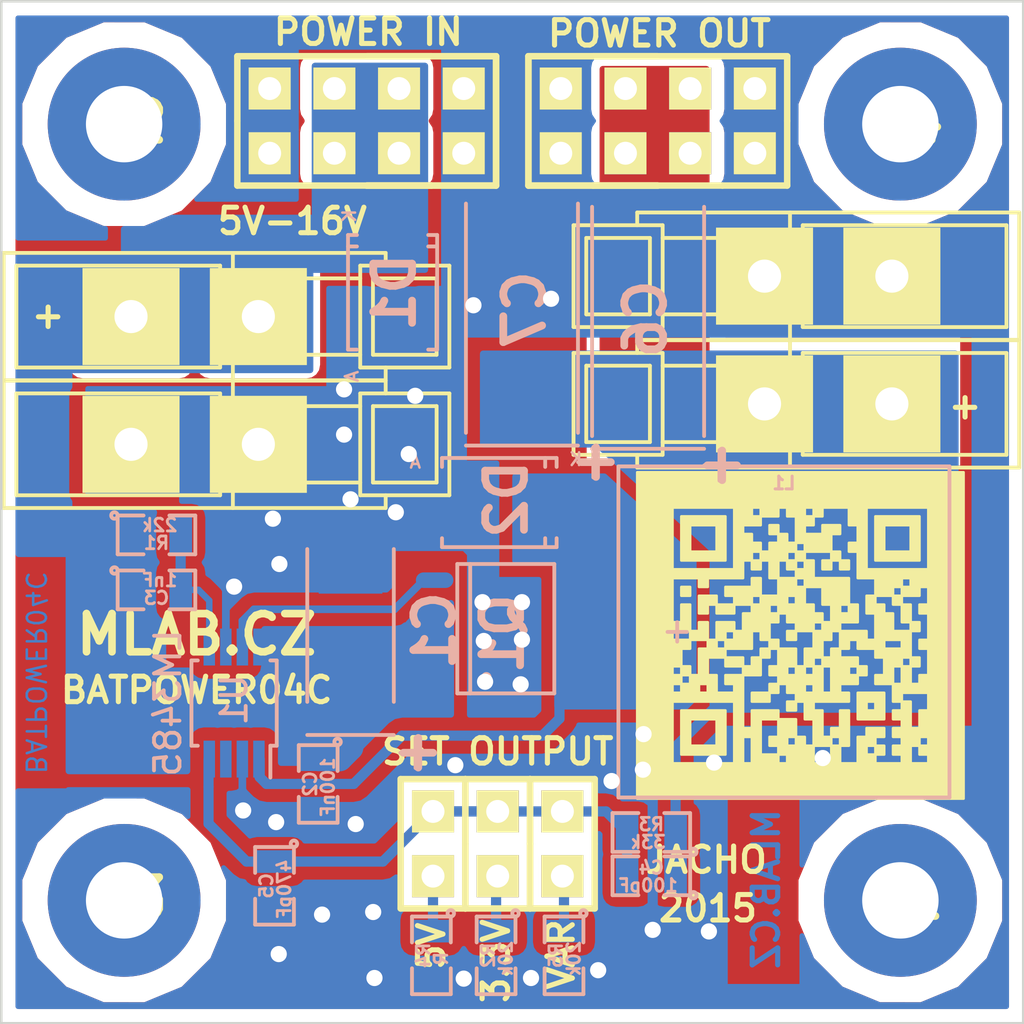
<source format=kicad_pcb>
(kicad_pcb (version 4) (host pcbnew "(2015-01-07 BZR 5359)-product")

  (general
    (links 65)
    (no_connects 0)
    (area -22.636257 -50.7595 54.132257 7.6176)
    (thickness 1.6)
    (drawings 19)
    (tracks 182)
    (zones 0)
    (modules 31)
    (nets 16)
  )

  (page A4)
  (layers
    (0 F.Cu signal hide)
    (31 B.Cu signal hide)
    (32 B.Adhes user hide)
    (33 F.Adhes user hide)
    (34 B.Paste user hide)
    (35 F.Paste user hide)
    (36 B.SilkS user)
    (37 F.SilkS user)
    (38 B.Mask user hide)
    (39 F.Mask user hide)
    (40 Dwgs.User user hide)
    (41 Cmts.User user hide)
    (42 Eco1.User user)
    (43 Eco2.User user hide)
    (44 Edge.Cuts user)
    (45 Margin user)
    (46 B.CrtYd user)
    (47 F.CrtYd user)
    (48 B.Fab user)
    (49 F.Fab user)
  )

  (setup
    (last_trace_width 0.254)
    (user_trace_width 0.254)
    (user_trace_width 0.3)
    (user_trace_width 0.4)
    (user_trace_width 1)
    (trace_clearance 0.15)
    (zone_clearance 0.508)
    (zone_45_only no)
    (trace_min 0.254)
    (segment_width 0.2)
    (edge_width 0.1)
    (via_size 0.889)
    (via_drill 0.635)
    (via_min_size 0.889)
    (via_min_drill 0.508)
    (uvia_size 0.508)
    (uvia_drill 0.127)
    (uvias_allowed no)
    (uvia_min_size 0.508)
    (uvia_min_drill 0.127)
    (pcb_text_width 0.3)
    (pcb_text_size 1.5 1.5)
    (mod_edge_width 0.15)
    (mod_text_size 1 1)
    (mod_text_width 0.15)
    (pad_size 3.81 3.81)
    (pad_drill 1.3)
    (pad_to_mask_clearance 0)
    (aux_axis_origin 0 0)
    (visible_elements 7FFFFF7F)
    (pcbplotparams
      (layerselection 0x010f0_80000001)
      (usegerberextensions false)
      (excludeedgelayer true)
      (linewidth 0.100000)
      (plotframeref false)
      (viasonmask false)
      (mode 1)
      (useauxorigin false)
      (hpglpennumber 1)
      (hpglpenspeed 20)
      (hpglpendiameter 15)
      (hpglpenoverlay 2)
      (psnegative false)
      (psa4output false)
      (plotreference true)
      (plotvalue true)
      (plotinvisibletext false)
      (padsonsilk false)
      (subtractmaskfromsilk false)
      (outputformat 1)
      (mirror false)
      (drillshape 0)
      (scaleselection 1)
      (outputdirectory ../CAM_PROFI/))
  )

  (net 0 "")
  (net 1 GND)
  (net 2 /Vin)
  (net 3 /ADJ)
  (net 4 /Vout)
  (net 5 /FB)
  (net 6 "Net-(D2-Pad2)")
  (net 7 "Net-(J4-Pad1)")
  (net 8 "Net-(J5-Pad1)")
  (net 9 "Net-(J6-Pad1)")
  (net 10 "Net-(P1-Pad1)")
  (net 11 "Net-(P2-Pad1)")
  (net 12 "Net-(P3-Pad1)")
  (net 13 "Net-(P4-Pad1)")
  (net 14 "Net-(Q1-Pad4)")
  (net 15 "Net-(U1-Pad3)")

  (net_class Default "Toto je výchozí třída sítě."
    (clearance 0.15)
    (trace_width 0.254)
    (via_dia 0.889)
    (via_drill 0.635)
    (uvia_dia 0.508)
    (uvia_drill 0.127)
    (add_net /ADJ)
    (add_net /FB)
    (add_net /Vin)
    (add_net /Vout)
    (add_net GND)
    (add_net "Net-(D2-Pad2)")
    (add_net "Net-(J4-Pad1)")
    (add_net "Net-(J5-Pad1)")
    (add_net "Net-(J6-Pad1)")
    (add_net "Net-(P1-Pad1)")
    (add_net "Net-(P2-Pad1)")
    (add_net "Net-(P3-Pad1)")
    (add_net "Net-(P4-Pad1)")
    (add_net "Net-(Q1-Pad4)")
    (add_net "Net-(U1-Pad3)")
  )

  (module LOGO (layer F.Cu) (tedit 547A26D9) (tstamp 547A2790)
    (at 31.623 -15.494)
    (fp_text reference G*** (at 0 0) (layer F.SilkS) hide
      (effects (font (thickness 0.3)))
    )
    (fp_text value LOGO (at 0.75 0) (layer F.SilkS) hide
      (effects (font (thickness 0.3)))
    )
    (fp_poly (pts (xy 6.419273 6.419273) (xy 5.033819 6.419273) (xy 5.033819 5.033819) (xy 5.033819 4.860637)
      (xy 5.033819 4.687455) (xy 4.860637 4.687455) (xy 4.687455 4.687455) (xy 4.687455 4.514273)
      (xy 4.687455 4.341091) (xy 4.860637 4.341091) (xy 5.033819 4.341091) (xy 5.033819 4.167909)
      (xy 5.033819 3.994728) (xy 5.033819 2.955637) (xy 5.033819 2.609273) (xy 5.033819 2.262909)
      (xy 4.514273 2.262909) (xy 3.994728 2.262909) (xy 3.994728 2.436091) (xy 3.994728 2.609273)
      (xy 3.821546 2.609273) (xy 3.648364 2.609273) (xy 3.648364 2.262909) (xy 3.648364 1.916546)
      (xy 3.821546 1.916546) (xy 3.994728 1.916546) (xy 3.994728 1.570182) (xy 3.994728 1.223819)
      (xy 4.167909 1.223819) (xy 4.341091 1.223819) (xy 4.341091 1.570182) (xy 4.341091 1.916546)
      (xy 4.514273 1.916546) (xy 4.687455 1.916546) (xy 4.687455 1.743364) (xy 4.687455 1.570182)
      (xy 4.860637 1.570182) (xy 5.033819 1.570182) (xy 5.033819 1.050637) (xy 5.033819 0.531091)
      (xy 4.860637 0.531091) (xy 4.687455 0.531091) (xy 4.687455 0.357909) (xy 4.687455 0.184728)
      (xy 4.860637 0.184728) (xy 5.033819 0.184728) (xy 5.033819 -0.334818) (xy 5.033819 -0.854363)
      (xy 4.860637 -0.854363) (xy 4.687455 -0.854363) (xy 4.687455 -1.027545) (xy 4.687455 -1.200727)
      (xy 4.860637 -1.200727) (xy 5.033819 -1.200727) (xy 5.033819 -1.547091) (xy 5.033819 -1.893454)
      (xy 5.033819 -2.586181) (xy 5.033819 -3.798454) (xy 5.033819 -5.010727) (xy 3.821546 -5.010727)
      (xy 2.609273 -5.010727) (xy 2.609273 -3.798454) (xy 2.609273 -2.586181) (xy 3.821546 -2.586181)
      (xy 5.033819 -2.586181) (xy 5.033819 -1.893454) (xy 4.860637 -1.893454) (xy 4.687455 -1.893454)
      (xy 4.687455 -1.720272) (xy 4.687455 -1.547091) (xy 4.341091 -1.547091) (xy 3.994728 -1.547091)
      (xy 3.994728 -1.720272) (xy 3.994728 -1.893454) (xy 4.167909 -1.893454) (xy 4.341091 -1.893454)
      (xy 4.341091 -2.066636) (xy 4.341091 -2.239818) (xy 4.167909 -2.239818) (xy 3.994728 -2.239818)
      (xy 3.994728 -2.066636) (xy 3.994728 -1.893454) (xy 3.821546 -1.893454) (xy 3.648364 -1.893454)
      (xy 3.648364 -1.720272) (xy 3.648364 -1.547091) (xy 3.302 -1.547091) (xy 2.955637 -1.547091)
      (xy 2.955637 -1.893454) (xy 2.955637 -2.239818) (xy 2.609273 -2.239818) (xy 2.262909 -2.239818)
      (xy 2.262909 -2.759363) (xy 2.262909 -3.278909) (xy 2.089728 -3.278909) (xy 1.916546 -3.278909)
      (xy 1.916546 -3.452091) (xy 1.916546 -3.625272) (xy 2.089728 -3.625272) (xy 2.262909 -3.625272)
      (xy 2.262909 -3.971636) (xy 2.262909 -4.318) (xy 2.089728 -4.318) (xy 1.916546 -4.318)
      (xy 1.916546 -4.664363) (xy 1.916546 -5.010727) (xy 1.397 -5.010727) (xy 0.877455 -5.010727)
      (xy 0.877455 -4.837545) (xy 0.877455 -4.664363) (xy 0.704273 -4.664363) (xy 0.531091 -4.664363)
      (xy 0.531091 -4.837545) (xy 0.531091 -5.010727) (xy 0.357909 -5.010727) (xy 0.184728 -5.010727)
      (xy 0.184728 -4.837545) (xy 0.184728 -4.664363) (xy 0.357909 -4.664363) (xy 0.531091 -4.664363)
      (xy 0.531091 -4.491181) (xy 0.531091 -4.318) (xy 0.357909 -4.318) (xy 0.184728 -4.318)
      (xy 0.184728 -4.144818) (xy 0.184728 -3.971636) (xy 0.531091 -3.971636) (xy 0.877455 -3.971636)
      (xy 0.877455 -4.144818) (xy 0.877455 -4.318) (xy 1.223819 -4.318) (xy 1.570182 -4.318)
      (xy 1.570182 -4.144818) (xy 1.570182 -3.971636) (xy 1.397 -3.971636) (xy 1.223819 -3.971636)
      (xy 1.223819 -3.625272) (xy 1.223819 -3.278909) (xy 0.704273 -3.278909) (xy 0.184728 -3.278909)
      (xy 0.184728 -3.452091) (xy 0.184728 -3.625272) (xy 0.011546 -3.625272) (xy -0.161636 -3.625272)
      (xy -0.161636 -4.144818) (xy -0.161636 -4.664363) (xy -0.334818 -4.664363) (xy -0.508 -4.664363)
      (xy -0.508 -4.837545) (xy -0.508 -5.010727) (xy -0.681181 -5.010727) (xy -0.854363 -5.010727)
      (xy -0.854363 -4.837545) (xy -0.854363 -4.664363) (xy -1.200727 -4.664363) (xy -1.547091 -4.664363)
      (xy -1.547091 -4.837545) (xy -1.547091 -5.010727) (xy -1.720272 -5.010727) (xy -1.893454 -5.010727)
      (xy -1.893454 -4.837545) (xy -1.893454 -4.664363) (xy -1.720272 -4.664363) (xy -1.547091 -4.664363)
      (xy -1.547091 -4.491181) (xy -1.547091 -4.318) (xy -1.893454 -4.318) (xy -2.239818 -4.318)
      (xy -2.239818 -4.144818) (xy -2.239818 -3.971636) (xy -2.066636 -3.971636) (xy -1.893454 -3.971636)
      (xy -1.893454 -3.798454) (xy -1.893454 -3.625272) (xy -1.720272 -3.625272) (xy -1.547091 -3.625272)
      (xy -1.547091 -3.452091) (xy -1.547091 -3.278909) (xy -1.720272 -3.278909) (xy -1.893454 -3.278909)
      (xy -1.893454 -3.105727) (xy -1.893454 -2.932545) (xy -2.066636 -2.932545) (xy -2.239818 -2.932545)
      (xy -2.239818 -2.586181) (xy -2.239818 -2.239818) (xy -2.586181 -2.239818) (xy -2.586181 -2.586181)
      (xy -2.586181 -3.798454) (xy -2.586181 -5.010727) (xy -3.798454 -5.010727) (xy -5.010727 -5.010727)
      (xy -5.010727 -3.798454) (xy -5.010727 -2.586181) (xy -3.798454 -2.586181) (xy -2.586181 -2.586181)
      (xy -2.586181 -2.239818) (xy -2.932545 -2.239818) (xy -3.625272 -2.239818) (xy -3.625272 -2.066636)
      (xy -3.625272 -1.893454) (xy -3.798454 -1.893454) (xy -3.971636 -1.893454) (xy -3.971636 -2.066636)
      (xy -3.971636 -2.239818) (xy -4.491181 -2.239818) (xy -5.010727 -2.239818) (xy -5.010727 -1.373909)
      (xy -5.010727 -0.508) (xy -4.837545 -0.508) (xy -4.664363 -0.508) (xy -4.664363 -0.854363)
      (xy -4.664363 -1.200727) (xy -4.491181 -1.200727) (xy -4.318 -1.200727) (xy -4.318 -0.681181)
      (xy -4.318 -0.161636) (xy -4.664363 -0.161636) (xy -5.010727 -0.161636) (xy -5.010727 0.011546)
      (xy -5.010727 0.184728) (xy -4.664363 0.184728) (xy -4.318 0.184728) (xy -4.318 0.357909)
      (xy -4.318 0.531091) (xy -4.491181 0.531091) (xy -4.664363 0.531091) (xy -4.664363 0.877455)
      (xy -4.664363 1.223819) (xy -4.837545 1.223819) (xy -5.010727 1.223819) (xy -5.010727 1.397)
      (xy -5.010727 1.570182) (xy -4.837545 1.570182) (xy -4.664363 1.570182) (xy -4.664363 1.743364)
      (xy -4.664363 1.916546) (xy -4.837545 1.916546) (xy -5.010727 1.916546) (xy -5.010727 2.089728)
      (xy -5.010727 2.262909) (xy -4.837545 2.262909) (xy -4.664363 2.262909) (xy -4.664363 2.089728)
      (xy -4.664363 1.916546) (xy -4.491181 1.916546) (xy -4.318 1.916546) (xy -4.318 1.743364)
      (xy -4.318 1.570182) (xy -4.144818 1.570182) (xy -3.971636 1.570182) (xy -3.971636 1.050637)
      (xy -3.971636 0.531091) (xy -3.798454 0.531091) (xy -3.625272 0.531091) (xy -3.625272 0.357909)
      (xy -3.625272 0.184728) (xy -3.452091 0.184728) (xy -3.278909 0.184728) (xy -3.278909 0.357909)
      (xy -3.278909 0.531091) (xy -3.105727 0.531091) (xy -2.932545 0.531091) (xy -2.932545 0.704273)
      (xy -2.932545 0.877455) (xy -3.278909 0.877455) (xy -3.625272 0.877455) (xy -3.625272 1.223819)
      (xy -3.625272 1.570182) (xy -3.452091 1.570182) (xy -3.278909 1.570182) (xy -3.278909 1.916546)
      (xy -3.278909 2.262909) (xy -2.932545 2.262909) (xy -2.586181 2.262909) (xy -2.586181 2.089728)
      (xy -2.586181 1.916546) (xy -2.759363 1.916546) (xy -2.932545 1.916546) (xy -2.932545 1.743364)
      (xy -2.932545 1.570182) (xy -2.586181 1.570182) (xy -2.239818 1.570182) (xy -2.239818 2.609273)
      (xy -2.239818 3.648364) (xy -2.066636 3.648364) (xy -1.893454 3.648364) (xy -1.893454 3.302)
      (xy -1.893454 2.955637) (xy -1.373909 2.955637) (xy -0.854363 2.955637) (xy -0.854363 3.128819)
      (xy -0.854363 3.302) (xy -1.200727 3.302) (xy -1.547091 3.302) (xy -1.547091 3.994728)
      (xy -1.547091 4.687455) (xy -1.200727 4.687455) (xy -0.854363 4.687455) (xy -0.854363 4.860637)
      (xy -0.854363 5.033819) (xy -0.681181 5.033819) (xy -0.508 5.033819) (xy -0.508 4.860637)
      (xy -0.508 4.687455) (xy -0.681181 4.687455) (xy -0.854363 4.687455) (xy -0.854363 4.514273)
      (xy -0.854363 4.341091) (xy -1.027545 4.341091) (xy -1.200727 4.341091) (xy -1.200727 4.167909)
      (xy -1.200727 3.994728) (xy -1.027545 3.994728) (xy -0.854363 3.994728) (xy -0.854363 3.648364)
      (xy -0.854363 3.302) (xy -0.508 3.302) (xy -0.161636 3.302) (xy -0.161636 3.648364)
      (xy -0.161636 3.994728) (xy -0.334818 3.994728) (xy -0.508 3.994728) (xy -0.508 4.167909)
      (xy -0.508 4.341091) (xy -0.334818 4.341091) (xy -0.161636 4.341091) (xy -0.161636 4.167909)
      (xy -0.161636 3.994728) (xy 0.011546 3.994728) (xy 0.184728 3.994728) (xy 0.184728 4.167909)
      (xy 0.184728 4.341091) (xy 0.357909 4.341091) (xy 0.531091 4.341091) (xy 0.531091 4.687455)
      (xy 0.531091 5.033819) (xy 0.877455 5.033819) (xy 1.223819 5.033819) (xy 1.223819 4.687455)
      (xy 1.223819 4.341091) (xy 1.397 4.341091) (xy 1.570182 4.341091) (xy 1.570182 4.687455)
      (xy 1.570182 5.033819) (xy 1.916546 5.033819) (xy 2.262909 5.033819) (xy 2.262909 4.514273)
      (xy 2.262909 3.994728) (xy 2.436091 3.994728) (xy 2.609273 3.994728) (xy 2.609273 3.821546)
      (xy 2.609273 3.648364) (xy 2.955637 3.648364) (xy 3.302 3.648364) (xy 3.302 3.821546)
      (xy 3.302 3.994728) (xy 3.128819 3.994728) (xy 2.955637 3.994728) (xy 2.955637 4.167909)
      (xy 2.955637 4.341091) (xy 2.782455 4.341091) (xy 2.609273 4.341091) (xy 2.609273 4.514273)
      (xy 2.609273 4.687455) (xy 2.782455 4.687455) (xy 2.955637 4.687455) (xy 2.955637 4.860637)
      (xy 2.955637 5.033819) (xy 3.475182 5.033819) (xy 3.994728 5.033819) (xy 3.994728 4.860637)
      (xy 3.994728 4.687455) (xy 3.821546 4.687455) (xy 3.648364 4.687455) (xy 3.648364 4.514273)
      (xy 3.648364 4.341091) (xy 3.821546 4.341091) (xy 3.994728 4.341091) (xy 3.994728 4.167909)
      (xy 3.994728 3.994728) (xy 3.821546 3.994728) (xy 3.648364 3.994728) (xy 3.648364 3.821546)
      (xy 3.648364 3.648364) (xy 3.821546 3.648364) (xy 3.994728 3.648364) (xy 3.994728 3.475182)
      (xy 3.994728 3.302) (xy 3.821546 3.302) (xy 3.648364 3.302) (xy 3.648364 3.128819)
      (xy 3.648364 2.955637) (xy 3.821546 2.955637) (xy 3.994728 2.955637) (xy 3.994728 2.782455)
      (xy 3.994728 2.609273) (xy 4.167909 2.609273) (xy 4.341091 2.609273) (xy 4.341091 3.128819)
      (xy 4.341091 3.648364) (xy 4.514273 3.648364) (xy 4.687455 3.648364) (xy 4.687455 3.302)
      (xy 4.687455 2.955637) (xy 4.860637 2.955637) (xy 5.033819 2.955637) (xy 5.033819 3.994728)
      (xy 4.860637 3.994728) (xy 4.687455 3.994728) (xy 4.687455 4.167909) (xy 4.687455 4.341091)
      (xy 4.514273 4.341091) (xy 4.341091 4.341091) (xy 4.341091 4.687455) (xy 4.341091 5.033819)
      (xy 4.687455 5.033819) (xy 5.033819 5.033819) (xy 5.033819 6.419273) (xy 0.011546 6.419273)
      (xy -1.893454 6.419273) (xy -1.893454 5.033819) (xy -1.893454 4.514273) (xy -1.893454 3.994728)
      (xy -2.066636 3.994728) (xy -2.239818 3.994728) (xy -2.239818 4.514273) (xy -2.239818 5.033819)
      (xy -2.066636 5.033819) (xy -1.893454 5.033819) (xy -1.893454 6.419273) (xy -2.586181 6.419273)
      (xy -2.586181 5.033819) (xy -2.586181 3.821546) (xy -2.586181 2.609273) (xy -3.625272 2.609273)
      (xy -3.625272 2.262909) (xy -3.625272 2.089728) (xy -3.625272 1.916546) (xy -3.798454 1.916546)
      (xy -3.971636 1.916546) (xy -3.971636 2.089728) (xy -3.971636 2.262909) (xy -3.798454 2.262909)
      (xy -3.625272 2.262909) (xy -3.625272 2.609273) (xy -3.798454 2.609273) (xy -5.010727 2.609273)
      (xy -5.010727 3.821546) (xy -5.010727 5.033819) (xy -3.798454 5.033819) (xy -2.586181 5.033819)
      (xy -2.586181 6.419273) (xy -6.396181 6.419273) (xy -6.396181 0.011546) (xy -6.396181 -6.396181)
      (xy 0.011546 -6.396181) (xy 6.419273 -6.396181) (xy 6.419273 0.011546) (xy 6.419273 6.419273)
      (xy 6.419273 6.419273)) (layer F.SilkS) (width 0.1))
    (fp_poly (pts (xy -2.932545 4.687455) (xy -3.278909 4.687455) (xy -3.278909 4.341091) (xy -3.278909 3.821546)
      (xy -3.278909 3.302) (xy -3.798454 3.302) (xy -4.318 3.302) (xy -4.318 3.821546)
      (xy -4.318 4.341091) (xy -3.798454 4.341091) (xy -3.278909 4.341091) (xy -3.278909 4.687455)
      (xy -3.798454 4.687455) (xy -4.664363 4.687455) (xy -4.664363 3.821546) (xy -4.664363 2.955637)
      (xy -3.798454 2.955637) (xy -2.932545 2.955637) (xy -2.932545 3.821546) (xy -2.932545 4.687455)
      (xy -2.932545 4.687455)) (layer F.SilkS) (width 0.1))
    (fp_poly (pts (xy 3.302 4.687455) (xy 3.128819 4.687455) (xy 2.955637 4.687455) (xy 2.955637 4.514273)
      (xy 2.955637 4.341091) (xy 3.128819 4.341091) (xy 3.302 4.341091) (xy 3.302 4.514273)
      (xy 3.302 4.687455) (xy 3.302 4.687455)) (layer F.SilkS) (width 0.1))
    (fp_poly (pts (xy -3.278909 -1.200727) (xy -3.452091 -1.200727) (xy -3.625272 -1.200727) (xy -3.625272 -1.027545)
      (xy -3.625272 -0.854363) (xy -3.798454 -0.854363) (xy -3.971636 -0.854363) (xy -3.971636 -1.200727)
      (xy -3.971636 -1.547091) (xy -3.625272 -1.547091) (xy -3.278909 -1.547091) (xy -3.278909 -1.373909)
      (xy -3.278909 -1.200727) (xy -3.278909 -1.200727)) (layer F.SilkS) (width 0.1))
    (fp_poly (pts (xy -2.586181 -0.854363) (xy -2.932545 -0.854363) (xy -3.278909 -0.854363) (xy -3.278909 -1.027545)
      (xy -3.278909 -1.200727) (xy -2.932545 -1.200727) (xy -2.586181 -1.200727) (xy -2.586181 -1.027545)
      (xy -2.586181 -0.854363) (xy -2.586181 -0.854363)) (layer F.SilkS) (width 0.1))
    (fp_poly (pts (xy -2.586181 -0.161636) (xy -2.759363 -0.161636) (xy -2.932545 -0.161636) (xy -2.932545 0.011546)
      (xy -2.932545 0.184728) (xy -3.105727 0.184728) (xy -3.278909 0.184728) (xy -3.278909 -0.161636)
      (xy -3.278909 -0.508) (xy -2.932545 -0.508) (xy -2.586181 -0.508) (xy -2.586181 -0.334818)
      (xy -2.586181 -0.161636) (xy -2.586181 -0.161636)) (layer F.SilkS) (width 0.1))
    (fp_poly (pts (xy -2.239818 1.223819) (xy -2.586181 1.223819) (xy -2.932545 1.223819) (xy -2.932545 1.050637)
      (xy -2.932545 0.877455) (xy -2.586181 0.877455) (xy -2.239818 0.877455) (xy -2.239818 1.050637)
      (xy -2.239818 1.223819) (xy -2.239818 1.223819)) (layer F.SilkS) (width 0.1))
    (fp_poly (pts (xy -1.547091 -2.586181) (xy -1.720272 -2.586181) (xy -1.893454 -2.586181) (xy -1.893454 -2.759363)
      (xy -1.893454 -2.932545) (xy -1.720272 -2.932545) (xy -1.547091 -2.932545) (xy -1.547091 -2.759363)
      (xy -1.547091 -2.586181) (xy -1.547091 -2.586181)) (layer F.SilkS) (width 0.1))
    (fp_poly (pts (xy -1.547091 -1.547091) (xy -1.720272 -1.547091) (xy -1.893454 -1.547091) (xy -1.893454 -1.373909)
      (xy -1.893454 -1.200727) (xy -2.239818 -1.200727) (xy -2.586181 -1.200727) (xy -2.586181 -1.373909)
      (xy -2.586181 -1.547091) (xy -2.759363 -1.547091) (xy -2.932545 -1.547091) (xy -2.932545 -1.720272)
      (xy -2.932545 -1.893454) (xy -2.413 -1.893454) (xy -1.893454 -1.893454) (xy -1.893454 -2.066636)
      (xy -1.893454 -2.239818) (xy -1.720272 -2.239818) (xy -1.547091 -2.239818) (xy -1.547091 -1.893454)
      (xy -1.547091 -1.547091) (xy -1.547091 -1.547091)) (layer F.SilkS) (width 0.1))
    (fp_poly (pts (xy -1.547091 1.570182) (xy -1.893454 1.570182) (xy -2.239818 1.570182) (xy -2.239818 1.397)
      (xy -2.239818 1.223819) (xy -2.066636 1.223819) (xy -1.893454 1.223819) (xy -1.893454 1.050637)
      (xy -1.893454 0.877455) (xy -1.720272 0.877455) (xy -1.547091 0.877455) (xy -1.547091 1.223819)
      (xy -1.547091 1.570182) (xy -1.547091 1.570182)) (layer F.SilkS) (width 0.1))
    (fp_poly (pts (xy -1.200727 0.877455) (xy -1.373909 0.877455) (xy -1.547091 0.877455) (xy -1.547091 0.704273)
      (xy -1.547091 0.531091) (xy -1.373909 0.531091) (xy -1.200727 0.531091) (xy -1.200727 0.704273)
      (xy -1.200727 0.877455) (xy -1.200727 0.877455)) (layer F.SilkS) (width 0.1))
    (fp_poly (pts (xy -1.200727 2.609273) (xy -1.547091 2.609273) (xy -1.893454 2.609273) (xy -1.893454 2.436091)
      (xy -1.893454 2.262909) (xy -1.547091 2.262909) (xy -1.200727 2.262909) (xy -1.200727 2.436091)
      (xy -1.200727 2.609273) (xy -1.200727 2.609273)) (layer F.SilkS) (width 0.1))
    (fp_poly (pts (xy -0.854363 -3.971636) (xy -1.027545 -3.971636) (xy -1.200727 -3.971636) (xy -1.200727 -4.144818)
      (xy -1.200727 -4.318) (xy -1.027545 -4.318) (xy -0.854363 -4.318) (xy -0.854363 -4.144818)
      (xy -0.854363 -3.971636) (xy -0.854363 -3.971636)) (layer F.SilkS) (width 0.1))
    (fp_poly (pts (xy -0.854363 0.531091) (xy -1.027545 0.531091) (xy -1.200727 0.531091) (xy -1.200727 0.357909)
      (xy -1.200727 0.184728) (xy -1.027545 0.184728) (xy -0.854363 0.184728) (xy -0.854363 0.357909)
      (xy -0.854363 0.531091) (xy -0.854363 0.531091)) (layer F.SilkS) (width 0.1))
    (fp_poly (pts (xy -0.854363 2.262909) (xy -1.027545 2.262909) (xy -1.200727 2.262909) (xy -1.200727 2.089728)
      (xy -1.200727 1.916546) (xy -1.027545 1.916546) (xy -0.854363 1.916546) (xy -0.854363 2.089728)
      (xy -0.854363 2.262909) (xy -0.854363 2.262909)) (layer F.SilkS) (width 0.1))
    (fp_poly (pts (xy -0.161636 -3.278909) (xy -0.334818 -3.278909) (xy -0.508 -3.278909) (xy -0.508 -3.105727)
      (xy -0.508 -2.932545) (xy -0.681181 -2.932545) (xy -0.854363 -2.932545) (xy -0.854363 -2.586181)
      (xy -0.854363 -2.239818) (xy -1.027545 -2.239818) (xy -1.200727 -2.239818) (xy -1.200727 -2.586181)
      (xy -1.200727 -2.932545) (xy -1.373909 -2.932545) (xy -1.547091 -2.932545) (xy -1.547091 -3.105727)
      (xy -1.547091 -3.278909) (xy -1.373909 -3.278909) (xy -1.200727 -3.278909) (xy -1.200727 -3.452091)
      (xy -1.200727 -3.625272) (xy -1.027545 -3.625272) (xy -0.854363 -3.625272) (xy -0.854363 -3.798454)
      (xy -0.854363 -3.971636) (xy -0.681181 -3.971636) (xy -0.508 -3.971636) (xy -0.508 -3.798454)
      (xy -0.508 -3.625272) (xy -0.334818 -3.625272) (xy -0.161636 -3.625272) (xy -0.161636 -3.452091)
      (xy -0.161636 -3.278909) (xy -0.161636 -3.278909)) (layer F.SilkS) (width 0.1))
    (fp_poly (pts (xy -0.161636 2.955637) (xy -0.334818 2.955637) (xy -0.508 2.955637) (xy -0.508 2.782455)
      (xy -0.508 2.609273) (xy -0.334818 2.609273) (xy -0.161636 2.609273) (xy -0.161636 2.782455)
      (xy -0.161636 2.955637) (xy -0.161636 2.955637)) (layer F.SilkS) (width 0.1))
    (fp_poly (pts (xy 0.184728 -2.932545) (xy 0.011546 -2.932545) (xy -0.161636 -2.932545) (xy -0.161636 -3.105727)
      (xy -0.161636 -3.278909) (xy 0.011546 -3.278909) (xy 0.184728 -3.278909) (xy 0.184728 -3.105727)
      (xy 0.184728 -2.932545) (xy 0.184728 -2.932545)) (layer F.SilkS) (width 0.1))
    (fp_poly (pts (xy 0.877455 -0.508) (xy 0.704273 -0.508) (xy 0.531091 -0.508) (xy 0.531091 -0.334818)
      (xy 0.531091 -0.161636) (xy 0.184728 -0.161636) (xy -0.161636 -0.161636) (xy -0.161636 -0.334818)
      (xy -0.161636 -0.508) (xy -0.161636 -1.200727) (xy -0.161636 -1.373909) (xy -0.161636 -1.547091)
      (xy -0.334818 -1.547091) (xy -0.508 -1.547091) (xy -0.508 -1.373909) (xy -0.508 -1.200727)
      (xy -0.334818 -1.200727) (xy -0.161636 -1.200727) (xy -0.161636 -0.508) (xy -0.334818 -0.508)
      (xy -0.508 -0.508) (xy -0.508 -0.681181) (xy -0.508 -0.854363) (xy -0.681181 -0.854363)
      (xy -0.854363 -0.854363) (xy -0.854363 -1.027545) (xy -0.854363 -1.200727) (xy -1.027545 -1.200727)
      (xy -1.200727 -1.200727) (xy -1.200727 -1.027545) (xy -1.200727 -0.854363) (xy -1.027545 -0.854363)
      (xy -0.854363 -0.854363) (xy -0.854363 -0.681181) (xy -0.854363 -0.508) (xy -1.027545 -0.508)
      (xy -1.200727 -0.508) (xy -1.200727 -0.161636) (xy -1.200727 0.184728) (xy -1.373909 0.184728)
      (xy -1.547091 0.184728) (xy -1.547091 0.011546) (xy -1.547091 -0.161636) (xy -1.720272 -0.161636)
      (xy -1.893454 -0.161636) (xy -1.893454 0.184728) (xy -1.893454 0.531091) (xy -2.413 0.531091)
      (xy -2.932545 0.531091) (xy -2.932545 0.357909) (xy -2.932545 0.184728) (xy -2.759363 0.184728)
      (xy -2.586181 0.184728) (xy -2.586181 0.011546) (xy -2.586181 -0.161636) (xy -2.413 -0.161636)
      (xy -2.239818 -0.161636) (xy -2.239818 -0.508) (xy -2.239818 -0.854363) (xy -2.066636 -0.854363)
      (xy -1.893454 -0.854363) (xy -1.893454 -1.027545) (xy -1.893454 -1.200727) (xy -1.720272 -1.200727)
      (xy -1.547091 -1.200727) (xy -1.547091 -1.373909) (xy -1.547091 -1.547091) (xy -1.200727 -1.547091)
      (xy -0.854363 -1.547091) (xy -0.854363 -1.893454) (xy -0.854363 -2.239818) (xy -0.508 -2.239818)
      (xy -0.161636 -2.239818) (xy -0.161636 -2.066636) (xy -0.161636 -1.893454) (xy 0.011546 -1.893454)
      (xy 0.184728 -1.893454) (xy 0.184728 -1.547091) (xy 0.184728 -1.200727) (xy 0.357909 -1.200727)
      (xy 0.531091 -1.200727) (xy 0.531091 -1.027545) (xy 0.531091 -0.854363) (xy 0.704273 -0.854363)
      (xy 0.877455 -0.854363) (xy 0.877455 -0.681181) (xy 0.877455 -0.508) (xy 0.877455 -0.508)) (layer F.SilkS) (width 0.1))
    (fp_poly (pts (xy 1.916546 4.341091) (xy 1.743364 4.341091) (xy 1.570182 4.341091) (xy 1.570182 4.167909)
      (xy 1.570182 3.994728) (xy 1.397 3.994728) (xy 1.223819 3.994728) (xy 1.223819 3.821546)
      (xy 1.223819 3.648364) (xy 1.397 3.648364) (xy 1.570182 3.648364) (xy 1.570182 3.302)
      (xy 1.570182 2.955637) (xy 1.743364 2.955637) (xy 1.916546 2.955637) (xy 1.916546 3.648364)
      (xy 1.916546 4.341091) (xy 1.916546 4.341091)) (layer F.SilkS) (width 0.1))
    (fp_poly (pts (xy 2.262909 -0.508) (xy 1.916546 -0.508) (xy 1.570182 -0.508) (xy 1.570182 -0.334818)
      (xy 1.570182 -0.161636) (xy 1.397 -0.161636) (xy 1.223819 -0.161636) (xy 1.223819 0.011546)
      (xy 1.223819 0.184728) (xy 1.050637 0.184728) (xy 0.877455 0.184728) (xy 0.877455 0.531091)
      (xy 0.877455 0.877455) (xy 0.704273 0.877455) (xy 0.531091 0.877455) (xy 0.531091 1.050637)
      (xy 0.531091 1.223819) (xy 0.357909 1.223819) (xy 0.184728 1.223819) (xy 0.184728 0.877455)
      (xy 0.184728 0.531091) (xy 0.357909 0.531091) (xy 0.531091 0.531091) (xy 0.531091 0.184728)
      (xy 0.531091 -0.161636) (xy 0.704273 -0.161636) (xy 0.877455 -0.161636) (xy 0.877455 -0.334818)
      (xy 0.877455 -0.508) (xy 1.050637 -0.508) (xy 1.223819 -0.508) (xy 1.223819 -0.854363)
      (xy 1.223819 -1.200727) (xy 1.050637 -1.200727) (xy 0.877455 -1.200727) (xy 0.877455 -1.547091)
      (xy 0.877455 -1.893454) (xy 0.531091 -1.893454) (xy 0.184728 -1.893454) (xy 0.184728 -2.066636)
      (xy 0.184728 -2.239818) (xy 0.011546 -2.239818) (xy -0.161636 -2.239818) (xy -0.161636 -2.413)
      (xy -0.161636 -2.586181) (xy 0.011546 -2.586181) (xy 0.184728 -2.586181) (xy 0.184728 -2.759363)
      (xy 0.184728 -2.932545) (xy 0.357909 -2.932545) (xy 0.531091 -2.932545) (xy 0.531091 -2.586181)
      (xy 0.531091 -2.239818) (xy 1.223819 -2.239818) (xy 1.916546 -2.239818) (xy 1.916546 -1.720272)
      (xy 1.916546 -1.200727) (xy 1.743364 -1.200727) (xy 1.570182 -1.200727) (xy 1.570182 -1.027545)
      (xy 1.570182 -0.854363) (xy 1.743364 -0.854363) (xy 1.916546 -0.854363) (xy 1.916546 -1.027545)
      (xy 1.916546 -1.200727) (xy 2.089728 -1.200727) (xy 2.262909 -1.200727) (xy 2.262909 -0.854363)
      (xy 2.262909 -0.508) (xy 2.262909 -0.508)) (layer F.SilkS) (width 0.1))
    (fp_poly (pts (xy 2.262909 1.916546) (xy 1.916546 1.916546) (xy 1.570182 1.916546) (xy 1.570182 2.089728)
      (xy 1.570182 2.262909) (xy 1.743364 2.262909) (xy 1.916546 2.262909) (xy 1.916546 2.436091)
      (xy 1.916546 2.609273) (xy 1.223819 2.609273) (xy 0.531091 2.609273) (xy 0.531091 2.262909)
      (xy 0.531091 2.089728) (xy 0.531091 1.916546) (xy 0.357909 1.916546) (xy 0.184728 1.916546)
      (xy 0.184728 2.089728) (xy 0.184728 2.262909) (xy 0.357909 2.262909) (xy 0.531091 2.262909)
      (xy 0.531091 2.609273) (xy 0.531091 2.782455) (xy 0.531091 2.955637) (xy 0.704273 2.955637)
      (xy 0.877455 2.955637) (xy 0.877455 3.475182) (xy 0.877455 3.994728) (xy 1.050637 3.994728)
      (xy 1.223819 3.994728) (xy 1.223819 4.167909) (xy 1.223819 4.341091) (xy 0.877455 4.341091)
      (xy 0.531091 4.341091) (xy 0.531091 3.821546) (xy 0.531091 3.302) (xy 0.357909 3.302)
      (xy 0.184728 3.302) (xy 0.184728 2.955637) (xy 0.184728 2.609273) (xy 0.011546 2.609273)
      (xy -0.161636 2.609273) (xy -0.161636 2.436091) (xy -0.161636 2.262909) (xy -0.334818 2.262909)
      (xy -0.508 2.262909) (xy -0.508 2.089728) (xy -0.508 1.916546) (xy -0.681181 1.916546)
      (xy -0.854363 1.916546) (xy -0.854363 1.743364) (xy -0.854363 1.570182) (xy -1.027545 1.570182)
      (xy -1.200727 1.570182) (xy -1.200727 1.397) (xy -1.200727 1.223819) (xy -1.027545 1.223819)
      (xy -0.854363 1.223819) (xy -0.854363 0.877455) (xy -0.854363 0.531091) (xy -0.508 0.531091)
      (xy -0.161636 0.531091) (xy -0.161636 0.877455) (xy -0.161636 1.223819) (xy -0.334818 1.223819)
      (xy -0.508 1.223819) (xy -0.508 1.397) (xy -0.508 1.570182) (xy -0.334818 1.570182)
      (xy -0.161636 1.570182) (xy -0.161636 1.397) (xy -0.161636 1.223819) (xy 0.011546 1.223819)
      (xy 0.184728 1.223819) (xy 0.184728 1.397) (xy 0.184728 1.570182) (xy 0.357909 1.570182)
      (xy 0.531091 1.570182) (xy 0.531091 1.397) (xy 0.531091 1.223819) (xy 0.704273 1.223819)
      (xy 0.877455 1.223819) (xy 0.877455 1.743364) (xy 0.877455 2.262909) (xy 1.050637 2.262909)
      (xy 1.223819 2.262909) (xy 1.223819 1.743364) (xy 1.223819 1.223819) (xy 1.050637 1.223819)
      (xy 0.877455 1.223819) (xy 0.877455 1.050637) (xy 0.877455 0.877455) (xy 1.050637 0.877455)
      (xy 1.223819 0.877455) (xy 1.223819 0.704273) (xy 1.223819 0.531091) (xy 1.397 0.531091)
      (xy 1.570182 0.531091) (xy 1.570182 0.704273) (xy 1.570182 0.877455) (xy 1.916546 0.877455)
      (xy 2.262909 0.877455) (xy 2.262909 1.050637) (xy 2.262909 1.223819) (xy 2.089728 1.223819)
      (xy 1.916546 1.223819) (xy 1.916546 1.397) (xy 1.916546 1.570182) (xy 2.089728 1.570182)
      (xy 2.262909 1.570182) (xy 2.262909 1.743364) (xy 2.262909 1.916546) (xy 2.262909 1.916546)) (layer F.SilkS) (width 0.1))
    (fp_poly (pts (xy 2.609273 1.570182) (xy 2.436091 1.570182) (xy 2.262909 1.570182) (xy 2.262909 1.397)
      (xy 2.262909 1.223819) (xy 2.436091 1.223819) (xy 2.609273 1.223819) (xy 2.609273 1.397)
      (xy 2.609273 1.570182) (xy 2.609273 1.570182)) (layer F.SilkS) (width 0.1))
    (fp_poly (pts (xy 3.994728 -1.200727) (xy 3.821546 -1.200727) (xy 3.648364 -1.200727) (xy 3.648364 -1.373909)
      (xy 3.648364 -1.547091) (xy 3.821546 -1.547091) (xy 3.994728 -1.547091) (xy 3.994728 -1.373909)
      (xy 3.994728 -1.200727) (xy 3.994728 -1.200727)) (layer F.SilkS) (width 0.1))
    (fp_poly (pts (xy 4.341091 -0.508) (xy 4.167909 -0.508) (xy 3.994728 -0.508) (xy 3.994728 -0.854363)
      (xy 3.994728 -1.200727) (xy 4.167909 -1.200727) (xy 4.341091 -1.200727) (xy 4.341091 -0.854363)
      (xy 4.341091 -0.508) (xy 4.341091 -0.508)) (layer F.SilkS) (width 0.1))
    (fp_poly (pts (xy 4.341091 0.877455) (xy 4.167909 0.877455) (xy 3.994728 0.877455) (xy 3.994728 0.531091)
      (xy 3.994728 0.357909) (xy 3.994728 0.184728) (xy 3.648364 0.184728) (xy 3.302 0.184728)
      (xy 3.302 0.357909) (xy 3.302 0.531091) (xy 3.648364 0.531091) (xy 3.994728 0.531091)
      (xy 3.994728 0.877455) (xy 3.994728 1.050637) (xy 3.994728 1.223819) (xy 3.821546 1.223819)
      (xy 3.648364 1.223819) (xy 3.648364 1.570182) (xy 3.648364 1.916546) (xy 3.302 1.916546)
      (xy 2.955637 1.916546) (xy 2.955637 1.743364) (xy 2.955637 1.570182) (xy 3.128819 1.570182)
      (xy 3.302 1.570182) (xy 3.302 1.223819) (xy 3.302 0.877455) (xy 3.128819 0.877455)
      (xy 2.955637 0.877455) (xy 2.955637 0.704273) (xy 2.955637 0.531091) (xy 2.609273 0.531091)
      (xy 2.262909 0.531091) (xy 2.262909 0.357909) (xy 2.262909 0.184728) (xy 2.089728 0.184728)
      (xy 1.916546 0.184728) (xy 1.916546 0.357909) (xy 1.916546 0.531091) (xy 1.743364 0.531091)
      (xy 1.570182 0.531091) (xy 1.570182 0.184728) (xy 1.570182 -0.161636) (xy 2.089728 -0.161636)
      (xy 2.609273 -0.161636) (xy 2.609273 0.011546) (xy 2.609273 0.184728) (xy 2.782455 0.184728)
      (xy 2.955637 0.184728) (xy 2.955637 -0.334818) (xy 2.955637 -0.854363) (xy 2.782455 -0.854363)
      (xy 2.609273 -0.854363) (xy 2.609273 -1.200727) (xy 2.609273 -1.547091) (xy 2.782455 -1.547091)
      (xy 2.955637 -1.547091) (xy 2.955637 -1.373909) (xy 2.955637 -1.200727) (xy 3.128819 -1.200727)
      (xy 3.302 -1.200727) (xy 3.302 -1.027545) (xy 3.302 -0.854363) (xy 3.475182 -0.854363)
      (xy 3.648364 -0.854363) (xy 3.648364 -0.508) (xy 3.648364 -0.161636) (xy 3.994728 -0.161636)
      (xy 4.341091 -0.161636) (xy 4.341091 0.357909) (xy 4.341091 0.877455) (xy 4.341091 0.877455)) (layer F.SilkS) (width 0.1))
    (fp_poly (pts (xy 4.687455 -0.161636) (xy 4.514273 -0.161636) (xy 4.341091 -0.161636) (xy 4.341091 -0.334818)
      (xy 4.341091 -0.508) (xy 4.514273 -0.508) (xy 4.687455 -0.508) (xy 4.687455 -0.334818)
      (xy 4.687455 -0.161636) (xy 4.687455 -0.161636)) (layer F.SilkS) (width 0.1))
    (fp_poly (pts (xy 4.687455 1.223819) (xy 4.514273 1.223819) (xy 4.341091 1.223819) (xy 4.341091 1.050637)
      (xy 4.341091 0.877455) (xy 4.514273 0.877455) (xy 4.687455 0.877455) (xy 4.687455 1.050637)
      (xy 4.687455 1.223819) (xy 4.687455 1.223819)) (layer F.SilkS) (width 0.1))
    (fp_poly (pts (xy 3.302 3.302) (xy 2.955637 3.302) (xy 2.955637 2.955637) (xy 2.955637 2.782455)
      (xy 2.955637 2.609273) (xy 2.782455 2.609273) (xy 2.609273 2.609273) (xy 2.609273 2.782455)
      (xy 2.609273 2.955637) (xy 2.782455 2.955637) (xy 2.955637 2.955637) (xy 2.955637 3.302)
      (xy 2.782455 3.302) (xy 2.262909 3.302) (xy 2.262909 2.782455) (xy 2.262909 2.262909)
      (xy 2.782455 2.262909) (xy 3.302 2.262909) (xy 3.302 2.782455) (xy 3.302 3.302)
      (xy 3.302 3.302)) (layer F.SilkS) (width 0.1))
    (fp_poly (pts (xy -4.318 1.570182) (xy -4.491181 1.570182) (xy -4.664363 1.570182) (xy -4.664363 1.397)
      (xy -4.664363 1.223819) (xy -4.491181 1.223819) (xy -4.318 1.223819) (xy -4.318 1.397)
      (xy -4.318 1.570182) (xy -4.318 1.570182)) (layer F.SilkS) (width 0.1))
    (fp_poly (pts (xy -3.625272 0.184728) (xy -3.971636 0.184728) (xy -4.318 0.184728) (xy -4.318 0.011546)
      (xy -4.318 -0.161636) (xy -4.144818 -0.161636) (xy -3.971636 -0.161636) (xy -3.971636 -0.334818)
      (xy -3.971636 -0.508) (xy -3.798454 -0.508) (xy -3.625272 -0.508) (xy -3.625272 -0.161636)
      (xy -3.625272 0.184728) (xy -3.625272 0.184728)) (layer F.SilkS) (width 0.1))
    (fp_poly (pts (xy -4.318 -1.547091) (xy -4.491181 -1.547091) (xy -4.664363 -1.547091) (xy -4.664363 -1.720272)
      (xy -4.664363 -1.893454) (xy -4.491181 -1.893454) (xy -4.318 -1.893454) (xy -4.318 -1.720272)
      (xy -4.318 -1.547091) (xy -4.318 -1.547091)) (layer F.SilkS) (width 0.1))
    (fp_poly (pts (xy 1.223819 -2.586181) (xy 1.050637 -2.586181) (xy 0.877455 -2.586181) (xy 0.877455 -2.759363)
      (xy 0.877455 -2.932545) (xy 1.050637 -2.932545) (xy 1.223819 -2.932545) (xy 1.223819 -2.759363)
      (xy 1.223819 -2.586181) (xy 1.223819 -2.586181)) (layer F.SilkS) (width 0.1))
    (fp_poly (pts (xy 1.570182 -2.932545) (xy 1.397 -2.932545) (xy 1.223819 -2.932545) (xy 1.223819 -3.105727)
      (xy 1.223819 -3.278909) (xy 1.397 -3.278909) (xy 1.570182 -3.278909) (xy 1.570182 -3.105727)
      (xy 1.570182 -2.932545) (xy 1.570182 -2.932545)) (layer F.SilkS) (width 0.1))
    (fp_poly (pts (xy 1.916546 -2.586181) (xy 1.743364 -2.586181) (xy 1.570182 -2.586181) (xy 1.570182 -2.759363)
      (xy 1.570182 -2.932545) (xy 1.743364 -2.932545) (xy 1.916546 -2.932545) (xy 1.916546 -2.759363)
      (xy 1.916546 -2.586181) (xy 1.916546 -2.586181)) (layer F.SilkS) (width 0.1))
    (fp_poly (pts (xy -2.932545 -2.932545) (xy -3.278909 -2.932545) (xy -3.278909 -3.278909) (xy -3.278909 -3.798454)
      (xy -3.278909 -4.318) (xy -3.798454 -4.318) (xy -4.318 -4.318) (xy -4.318 -3.798454)
      (xy -4.318 -3.278909) (xy -3.798454 -3.278909) (xy -3.278909 -3.278909) (xy -3.278909 -2.932545)
      (xy -3.798454 -2.932545) (xy -4.664363 -2.932545) (xy -4.664363 -3.798454) (xy -4.664363 -4.664363)
      (xy -3.798454 -4.664363) (xy -2.932545 -4.664363) (xy -2.932545 -3.798454) (xy -2.932545 -2.932545)
      (xy -2.932545 -2.932545)) (layer F.SilkS) (width 0.1))
    (fp_poly (pts (xy 4.687455 -2.932545) (xy 4.341091 -2.932545) (xy 4.341091 -3.278909) (xy 4.341091 -3.798454)
      (xy 4.341091 -4.318) (xy 3.821546 -4.318) (xy 3.302 -4.318) (xy 3.302 -3.798454)
      (xy 3.302 -3.278909) (xy 3.821546 -3.278909) (xy 4.341091 -3.278909) (xy 4.341091 -2.932545)
      (xy 3.821546 -2.932545) (xy 2.955637 -2.932545) (xy 2.955637 -3.798454) (xy 2.955637 -4.664363)
      (xy 3.821546 -4.664363) (xy 4.687455 -4.664363) (xy 4.687455 -3.798454) (xy 4.687455 -2.932545)
      (xy 4.687455 -2.932545)) (layer F.SilkS) (width 0.1))
    (fp_poly (pts (xy -0.161636 0.184728) (xy -0.334818 0.184728) (xy -0.508 0.184728) (xy -0.508 0.011546)
      (xy -0.508 -0.161636) (xy -0.334818 -0.161636) (xy -0.161636 -0.161636) (xy -0.161636 0.011546)
      (xy -0.161636 0.184728) (xy -0.161636 0.184728)) (layer F.SilkS) (width 0.1))
    (fp_poly (pts (xy -0.161636 -2.586181) (xy -0.334818 -2.586181) (xy -0.508 -2.586181) (xy -0.508 -2.759363)
      (xy -0.508 -2.932545) (xy -0.334818 -2.932545) (xy -0.161636 -2.932545) (xy -0.161636 -2.759363)
      (xy -0.161636 -2.586181) (xy -0.161636 -2.586181)) (layer F.SilkS) (width 0.1))
  )

  (module Hrebinky:Pin_Header_Straight_2x04 placed (layer F.Cu) (tedit 5478C15F) (tstamp 5478521C)
    (at 14.605 -35.687)
    (descr "1 pin")
    (tags "CONN DEV")
    (path /5476F306)
    (fp_text reference J1 (at 5.0165 -11.7475) (layer F.SilkS) hide
      (effects (font (size 1.27 1.27) (thickness 0.2032)))
    )
    (fp_text value JUMP_4X2 (at 1.27 0) (layer F.SilkS) hide
      (effects (font (size 1.27 1.27) (thickness 0.2032)))
    )
    (fp_line (start 0 -2.54) (end 2.54 -2.54) (layer F.SilkS) (width 0.254))
    (fp_line (start 0 2.54) (end 2.54 2.54) (layer F.SilkS) (width 0.254))
    (fp_line (start 0 2.54) (end 2.54 2.54) (layer F.SilkS) (width 0.254))
    (fp_line (start 0 -2.54) (end 2.54 -2.54) (layer F.SilkS) (width 0.254))
    (fp_line (start 5.08 2.54) (end 5.08 -2.54) (layer F.SilkS) (width 0.254))
    (fp_line (start 2.54 -2.54) (end 5.08 -2.54) (layer F.SilkS) (width 0.254))
    (fp_line (start 2.54 2.54) (end 5.08 2.54) (layer F.SilkS) (width 0.254))
    (fp_line (start 2.54 2.54) (end 5.08 2.54) (layer F.SilkS) (width 0.254))
    (fp_line (start 2.54 -2.54) (end 5.08 -2.54) (layer F.SilkS) (width 0.254))
    (fp_line (start -5.08 2.54) (end 2.54 2.54) (layer F.SilkS) (width 0.254))
    (fp_line (start 5.08 2.54) (end 5.08 -2.54) (layer F.SilkS) (width 0.254))
    (fp_line (start 2.54 -2.54) (end -2.54 -2.54) (layer F.SilkS) (width 0.254))
    (fp_line (start -5.08 2.54) (end -5.08 0) (layer F.SilkS) (width 0.254))
    (fp_line (start -5.08 -2.54) (end -5.08 0) (layer F.SilkS) (width 0.254))
    (fp_line (start -2.54 -2.54) (end -5.08 -2.54) (layer F.SilkS) (width 0.254))
    (pad 3 thru_hole rect (at 1.27 1.27) (size 1.651 1.651) (drill 0.9) (layers *.Cu *.Mask F.SilkS)
      (net 2 /Vin))
    (pad 6 thru_hole rect (at 1.27 -1.27) (size 1.651 1.651) (drill 0.9) (layers *.Cu *.Mask F.SilkS)
      (net 2 /Vin))
    (pad 1 thru_hole rect (at -3.81 1.27) (size 1.651 1.651) (drill 0.9) (layers *.Cu *.Mask F.SilkS)
      (net 1 GND))
    (pad 2 thru_hole rect (at -1.27 1.27) (size 1.651 1.651) (drill 0.9) (layers *.Cu *.Mask F.SilkS)
      (net 2 /Vin))
    (pad 4 thru_hole rect (at 3.81 1.27) (size 1.651 1.651) (drill 0.9) (layers *.Cu *.Mask F.SilkS)
      (net 1 GND))
    (pad 5 thru_hole rect (at 3.81 -1.27) (size 1.651 1.651) (drill 0.9) (layers *.Cu *.Mask F.SilkS)
      (net 1 GND))
    (pad 7 thru_hole rect (at -1.27 -1.27) (size 1.651 1.651) (drill 0.9) (layers *.Cu *.Mask F.SilkS)
      (net 2 /Vin))
    (pad 8 thru_hole rect (at -3.81 -1.27) (size 1.651 1.651) (drill 0.9) (layers *.Cu *.Mask F.SilkS)
      (net 1 GND))
    (model Pin_Headers/Pin_Header_Straight_2x04.wrl
      (at (xyz 0 0 0))
      (scale (xyz 1 1 1))
      (rotate (xyz 0 0 0))
    )
  )

  (module Hrebinky:Pin_Header_Straight_1x02 (layer F.Cu) (tedit 5478C1A4) (tstamp 54785262)
    (at 22.1615 -7.3025 90)
    (descr "1 pin")
    (tags "CONN DEV")
    (path /54777542)
    (fp_text reference J4 (at -13.7795 1.016 90) (layer F.SilkS) hide
      (effects (font (size 1.27 1.27) (thickness 0.2032)))
    )
    (fp_text value JUMP2_2x1 (at 0 0 90) (layer F.SilkS) hide
      (effects (font (size 1.27 1.27) (thickness 0.2032)))
    )
    (fp_line (start -2.54 -1.143) (end 0 -1.143) (layer F.SilkS) (width 0.254))
    (fp_line (start 0 1.397) (end 2.54 1.397) (layer F.SilkS) (width 0.254))
    (fp_line (start 2.54 1.397) (end 2.54 -1.143) (layer F.SilkS) (width 0.254))
    (fp_line (start 0 -1.143) (end 2.54 -1.143) (layer F.SilkS) (width 0.254))
    (fp_line (start -2.54 -1.143) (end -2.54 1.397) (layer F.SilkS) (width 0.254))
    (fp_line (start -2.54 1.397) (end 0 1.397) (layer F.SilkS) (width 0.254))
    (pad 1 thru_hole rect (at -1.27 0.127 90) (size 1.651 1.651) (drill 0.9) (layers *.Cu *.Mask F.SilkS)
      (net 7 "Net-(J4-Pad1)"))
    (pad 2 thru_hole rect (at 1.27 0.127 90) (size 1.651 1.651) (drill 0.9) (layers *.Cu *.Mask F.SilkS)
      (net 5 /FB))
    (model Pin_Headers/Pin_Header_Straight_1x02.wrl
      (at (xyz 0 0 0))
      (scale (xyz 1 1 1))
      (rotate (xyz 0 0 0))
    )
  )

  (module Hrebinky:Pin_Header_Straight_1x02 (layer F.Cu) (tedit 5478C1A2) (tstamp 547854CC)
    (at 19.6215 -7.3025 90)
    (descr "1 pin")
    (tags "CONN DEV")
    (path /5477762B)
    (fp_text reference J5 (at -13.462 0.4445 90) (layer F.SilkS) hide
      (effects (font (size 1.27 1.27) (thickness 0.2032)))
    )
    (fp_text value JUMP2_2x1 (at 0 0 90) (layer F.SilkS) hide
      (effects (font (size 1.27 1.27) (thickness 0.2032)))
    )
    (fp_line (start -2.54 -1.143) (end 0 -1.143) (layer F.SilkS) (width 0.254))
    (fp_line (start 0 1.397) (end 2.54 1.397) (layer F.SilkS) (width 0.254))
    (fp_line (start 2.54 1.397) (end 2.54 -1.143) (layer F.SilkS) (width 0.254))
    (fp_line (start 0 -1.143) (end 2.54 -1.143) (layer F.SilkS) (width 0.254))
    (fp_line (start -2.54 -1.143) (end -2.54 1.397) (layer F.SilkS) (width 0.254))
    (fp_line (start -2.54 1.397) (end 0 1.397) (layer F.SilkS) (width 0.254))
    (pad 1 thru_hole rect (at -1.27 0.127 90) (size 1.651 1.651) (drill 0.9) (layers *.Cu *.Mask F.SilkS)
      (net 8 "Net-(J5-Pad1)"))
    (pad 2 thru_hole rect (at 1.27 0.127 90) (size 1.651 1.651) (drill 0.9) (layers *.Cu *.Mask F.SilkS)
      (net 5 /FB))
    (model Pin_Headers/Pin_Header_Straight_1x02.wrl
      (at (xyz 0 0 0))
      (scale (xyz 1 1 1))
      (rotate (xyz 0 0 0))
    )
  )

  (module Hrebinky:Pin_Header_Straight_1x02 (layer F.Cu) (tedit 5478C19F) (tstamp 5478527A)
    (at 17.0815 -7.3025 90)
    (descr "1 pin")
    (tags "CONN DEV")
    (path /5477765E)
    (fp_text reference J6 (at -13.462 0.1905 90) (layer F.SilkS) hide
      (effects (font (size 1.27 1.27) (thickness 0.2032)))
    )
    (fp_text value JUMP2_2x1 (at 0 0 90) (layer F.SilkS) hide
      (effects (font (size 1.27 1.27) (thickness 0.2032)))
    )
    (fp_line (start -2.54 -1.143) (end 0 -1.143) (layer F.SilkS) (width 0.254))
    (fp_line (start 0 1.397) (end 2.54 1.397) (layer F.SilkS) (width 0.254))
    (fp_line (start 2.54 1.397) (end 2.54 -1.143) (layer F.SilkS) (width 0.254))
    (fp_line (start 0 -1.143) (end 2.54 -1.143) (layer F.SilkS) (width 0.254))
    (fp_line (start -2.54 -1.143) (end -2.54 1.397) (layer F.SilkS) (width 0.254))
    (fp_line (start -2.54 1.397) (end 0 1.397) (layer F.SilkS) (width 0.254))
    (pad 1 thru_hole rect (at -1.27 0.127 90) (size 1.651 1.651) (drill 0.9) (layers *.Cu *.Mask F.SilkS)
      (net 9 "Net-(J6-Pad1)"))
    (pad 2 thru_hole rect (at 1.27 0.127 90) (size 1.651 1.651) (drill 0.9) (layers *.Cu *.Mask F.SilkS)
      (net 5 /FB))
    (model Pin_Headers/Pin_Header_Straight_1x02.wrl
      (at (xyz 0 0 0))
      (scale (xyz 1 1 1))
      (rotate (xyz 0 0 0))
    )
  )

  (module Hrebinky:Pin_Header_Straight_2x04 placed (layer F.Cu) (tedit 5478C16E) (tstamp 547852CF)
    (at 26.035 -35.687 180)
    (descr "1 pin")
    (tags "CONN DEV")
    (path /54770CCE)
    (fp_text reference J9 (at -0.8255 9.652 180) (layer F.SilkS) hide
      (effects (font (size 1.27 1.27) (thickness 0.2032)))
    )
    (fp_text value JUMP_4X2 (at 1.27 0 180) (layer F.SilkS) hide
      (effects (font (size 1.27 1.27) (thickness 0.2032)))
    )
    (fp_line (start 0 -2.54) (end 2.54 -2.54) (layer F.SilkS) (width 0.254))
    (fp_line (start 0 2.54) (end 2.54 2.54) (layer F.SilkS) (width 0.254))
    (fp_line (start 0 2.54) (end 2.54 2.54) (layer F.SilkS) (width 0.254))
    (fp_line (start 0 -2.54) (end 2.54 -2.54) (layer F.SilkS) (width 0.254))
    (fp_line (start 5.08 2.54) (end 5.08 -2.54) (layer F.SilkS) (width 0.254))
    (fp_line (start 2.54 -2.54) (end 5.08 -2.54) (layer F.SilkS) (width 0.254))
    (fp_line (start 2.54 2.54) (end 5.08 2.54) (layer F.SilkS) (width 0.254))
    (fp_line (start 2.54 2.54) (end 5.08 2.54) (layer F.SilkS) (width 0.254))
    (fp_line (start 2.54 -2.54) (end 5.08 -2.54) (layer F.SilkS) (width 0.254))
    (fp_line (start -5.08 2.54) (end 2.54 2.54) (layer F.SilkS) (width 0.254))
    (fp_line (start 5.08 2.54) (end 5.08 -2.54) (layer F.SilkS) (width 0.254))
    (fp_line (start 2.54 -2.54) (end -2.54 -2.54) (layer F.SilkS) (width 0.254))
    (fp_line (start -5.08 2.54) (end -5.08 0) (layer F.SilkS) (width 0.254))
    (fp_line (start -5.08 -2.54) (end -5.08 0) (layer F.SilkS) (width 0.254))
    (fp_line (start -2.54 -2.54) (end -5.08 -2.54) (layer F.SilkS) (width 0.254))
    (pad 3 thru_hole rect (at 1.27 1.27 180) (size 1.651 1.651) (drill 0.9) (layers *.Cu *.Mask F.SilkS)
      (net 4 /Vout))
    (pad 6 thru_hole rect (at 1.27 -1.27 180) (size 1.651 1.651) (drill 0.9) (layers *.Cu *.Mask F.SilkS)
      (net 4 /Vout))
    (pad 1 thru_hole rect (at -3.81 1.27 180) (size 1.651 1.651) (drill 0.9) (layers *.Cu *.Mask F.SilkS)
      (net 1 GND))
    (pad 2 thru_hole rect (at -1.27 1.27 180) (size 1.651 1.651) (drill 0.9) (layers *.Cu *.Mask F.SilkS)
      (net 4 /Vout))
    (pad 4 thru_hole rect (at 3.81 1.27 180) (size 1.651 1.651) (drill 0.9) (layers *.Cu *.Mask F.SilkS)
      (net 1 GND))
    (pad 5 thru_hole rect (at 3.81 -1.27 180) (size 1.651 1.651) (drill 0.9) (layers *.Cu *.Mask F.SilkS)
      (net 1 GND))
    (pad 7 thru_hole rect (at -1.27 -1.27 180) (size 1.651 1.651) (drill 0.9) (layers *.Cu *.Mask F.SilkS)
      (net 4 /Vout))
    (pad 8 thru_hole rect (at -3.81 -1.27 180) (size 1.651 1.651) (drill 0.9) (layers *.Cu *.Mask F.SilkS)
      (net 1 GND))
    (model Pin_Headers/Pin_Header_Straight_2x04.wrl
      (at (xyz 0 0 0))
      (scale (xyz 1 1 1))
      (rotate (xyz 0 0 0))
    )
  )

  (module Dira:MountingHole_3mm placed (layer F.Cu) (tedit 54345FDC) (tstamp 5478668B)
    (at 35.56 -5.08)
    (descr "Mounting hole, Befestigungsbohrung, 3mm, No Annular, Kein Restring,")
    (tags "Mounting hole, Befestigungsbohrung, 3mm, No Annular, Kein Restring,")
    (path /54779F4D)
    (fp_text reference P1 (at 0.1778 -0.0762) (layer F.SilkS)
      (effects (font (thickness 0.3048)))
    )
    (fp_text value _ (at 1.00076 5.00126) (layer F.SilkS) hide
      (effects (font (thickness 0.3048)))
    )
    (fp_circle (center 0 0) (end 2.99974 0) (layer Cmts.User) (width 0.381))
    (pad 1 thru_hole circle (at 0 0) (size 6 6) (drill 3) (layers *.Cu *.Adhes *.Mask)
      (net 10 "Net-(P1-Pad1)") (clearance 1) (zone_connect 2))
  )

  (module Dira:MountingHole_3mm placed (layer F.Cu) (tedit 54345FDC) (tstamp 547852F0)
    (at 5.08 -35.56)
    (descr "Mounting hole, Befestigungsbohrung, 3mm, No Annular, Kein Restring,")
    (tags "Mounting hole, Befestigungsbohrung, 3mm, No Annular, Kein Restring,")
    (path /5477A27E)
    (fp_text reference P2 (at 0.1778 -0.0762) (layer F.SilkS)
      (effects (font (thickness 0.3048)))
    )
    (fp_text value _ (at 1.00076 5.00126) (layer F.SilkS) hide
      (effects (font (thickness 0.3048)))
    )
    (fp_circle (center 0 0) (end 2.99974 0) (layer Cmts.User) (width 0.381))
    (pad 1 thru_hole circle (at 0 0) (size 6 6) (drill 3) (layers *.Cu *.Adhes *.Mask)
      (net 11 "Net-(P2-Pad1)") (clearance 1) (zone_connect 2))
  )

  (module Dira:MountingHole_3mm placed (layer F.Cu) (tedit 54345FDC) (tstamp 547852F6)
    (at 5.08 -5.08)
    (descr "Mounting hole, Befestigungsbohrung, 3mm, No Annular, Kein Restring,")
    (tags "Mounting hole, Befestigungsbohrung, 3mm, No Annular, Kein Restring,")
    (path /5477A2B0)
    (fp_text reference P3 (at 0.1778 -0.0762) (layer F.SilkS)
      (effects (font (thickness 0.3048)))
    )
    (fp_text value _ (at 1.00076 5.00126) (layer F.SilkS) hide
      (effects (font (thickness 0.3048)))
    )
    (fp_circle (center 0 0) (end 2.99974 0) (layer Cmts.User) (width 0.381))
    (pad 1 thru_hole circle (at 0 0) (size 6 6) (drill 3) (layers *.Cu *.Adhes *.Mask)
      (net 12 "Net-(P3-Pad1)") (clearance 1) (zone_connect 2))
  )

  (module Dira:MountingHole_3mm placed (layer F.Cu) (tedit 54345FDC) (tstamp 547852FC)
    (at 35.56 -35.56)
    (descr "Mounting hole, Befestigungsbohrung, 3mm, No Annular, Kein Restring,")
    (tags "Mounting hole, Befestigungsbohrung, 3mm, No Annular, Kein Restring,")
    (path /5477A2F5)
    (fp_text reference P4 (at 0.1778 -0.0762) (layer F.SilkS)
      (effects (font (thickness 0.3048)))
    )
    (fp_text value _ (at 1.00076 5.00126) (layer F.SilkS) hide
      (effects (font (thickness 0.3048)))
    )
    (fp_circle (center 0 0) (end 2.99974 0) (layer Cmts.User) (width 0.381))
    (pad 1 thru_hole circle (at 0 0) (size 6 6) (drill 3) (layers *.Cu *.Adhes *.Mask)
      (net 13 "Net-(P4-Pad1)") (clearance 1) (zone_connect 2))
  )

  (module MLAB_L:DE1205-10 (layer B.Cu) (tedit 54785DDA) (tstamp 54786D52)
    (at 30.988 -15.621 180)
    (descr "SMT capacitor, aluminium electrolytic, 10x10.5")
    (path /547704A3)
    (fp_text reference L1 (at 0 5.842 180) (layer B.SilkS)
      (effects (font (size 0.50038 0.50038) (thickness 0.11938)) (justify mirror))
    )
    (fp_text value 22uH (at 0 -5.842 180) (layer B.SilkS) hide
      (effects (font (size 0.50038 0.50038) (thickness 0.11938)) (justify mirror))
    )
    (fp_line (start -6.5 6.5) (end -6.5 -6.5) (layer B.SilkS) (width 0.15))
    (fp_line (start -6.5 -6.5) (end 6.5 -6.5) (layer B.SilkS) (width 0.15))
    (fp_line (start 6.5 -6.5) (end 6.5 6.5) (layer B.SilkS) (width 0.15))
    (fp_line (start 6.5 6.5) (end -6.5 6.5) (layer B.SilkS) (width 0.15))
    (fp_line (start 4.572 0) (end 3.81 0) (layer B.SilkS) (width 0.15))
    (fp_line (start 4.191 0.381) (end 4.191 -0.381) (layer B.SilkS) (width 0.15))
    (pad 1 smd rect (at 5 0 180) (size 3 5.5) (layers B.Cu B.Paste B.Mask)
      (net 6 "Net-(D2-Pad2)"))
    (pad 2 smd rect (at -5 0 180) (size 3 5.5) (layers B.Cu B.Paste B.Mask)
      (net 4 /Vout))
    (model Capacitors_SMD/c_elec_10x10_5.wrl
      (at (xyz 0 0 0))
      (scale (xyz 1 1 1))
      (rotate (xyz 0 0 0))
    )
  )

  (module MLAB_CON:WAGO256 (layer F.Cu) (tedit 5478C184) (tstamp 5478BA19)
    (at 32.766 -29.591 180)
    (descr "WAGO-Series 236, 2Stift, 1pol, RM 5mm,")
    (tags "WAGO-Series 236, 2Stift, 1pol, RM 5mm, Anreibare Leiterplattenklemme")
    (path /5476F449)
    (fp_text reference J3 (at -17.4625 -9.906 180) (layer F.SilkS) hide
      (effects (font (thickness 0.3048)))
    )
    (fp_text value CONN1_1 (at -3.1115 18.0975 180) (layer F.SilkS) hide
      (effects (font (thickness 0.3048)))
    )
    (fp_line (start 7.54 2.5) (end 7.54 2) (layer F.SilkS) (width 0.15))
    (fp_line (start 7.54 -2) (end 7.54 -2.5) (layer F.SilkS) (width 0.15))
    (fp_line (start 1.54 2.5001) (end 1.54 -2.5001) (layer F.SilkS) (width 0.15))
    (fp_line (start -7.46 2.5001) (end -7.46 -2.5001) (layer F.SilkS) (width 0.15))
    (fp_line (start 9.54 1.501) (end 9.54 -1.501) (layer F.SilkS) (width 0.15))
    (fp_line (start 7.0401 1.501) (end 7.0401 -1.501) (layer F.SilkS) (width 0.15))
    (fp_line (start 10.0401 -2) (end 10.0401 2) (layer F.SilkS) (width 0.15))
    (fp_line (start 6.54 -2) (end 6.54 2) (layer F.SilkS) (width 0.15))
    (fp_line (start 3.54 1.5001) (end 3.54 -1.5001) (layer F.SilkS) (width 0.15))
    (fp_line (start 1.0399 -2) (end 1.0399 2) (layer F.SilkS) (width 0.15))
    (fp_line (start -6.9601 2) (end -6.9601 -2) (layer F.SilkS) (width 0.15))
    (fp_line (start 1.0399 1) (end 1.54 1) (layer F.SilkS) (width 0.15))
    (fp_line (start 7.0401 1.5) (end 9.54 1.5) (layer F.SilkS) (width 0.15))
    (fp_line (start 6.54 2) (end 10.0401 2) (layer F.SilkS) (width 0.15))
    (fp_line (start 1.0399 -1) (end 1.54 -1) (layer F.SilkS) (width 0.15))
    (fp_line (start 7.0401 -1.5) (end 9.54 -1.5) (layer F.SilkS) (width 0.15))
    (fp_line (start 6.54 -2) (end 10.041 -2) (layer F.SilkS) (width 0.15))
    (fp_line (start 3.54 1.5) (end 6.54 1.5) (layer F.SilkS) (width 0.15))
    (fp_line (start -6.9601 2) (end 1.0399 2) (layer F.SilkS) (width 0.15))
    (fp_line (start 1.54 2.5) (end 7.54 2.5) (layer F.SilkS) (width 0.15))
    (fp_line (start 3.54 -1.5) (end 6.54 -1.5) (layer F.SilkS) (width 0.15))
    (fp_line (start -6.9601 -2) (end 1.0399 -2) (layer F.SilkS) (width 0.15))
    (fp_line (start 1.54 -2.5) (end 7.54 -2.5) (layer F.SilkS) (width 0.15))
    (fp_line (start 1.54 2.5) (end -7.46 2.5) (layer F.SilkS) (width 0.15))
    (fp_line (start -7.46 -2.5) (end 1.54 -2.5) (layer F.SilkS) (width 0.15))
    (pad 1 thru_hole rect (at -2.46 0 270) (size 3.81 3.81) (drill 1.3) (layers *.Cu *.Mask F.SilkS)
      (net 1 GND))
    (pad 1 thru_hole rect (at 2.54 0 270) (size 3.81 3.81) (drill 1.3) (layers *.Cu *.Mask F.SilkS)
      (net 1 GND))
  )

  (module MLAB_CON:WAGO256 (layer F.Cu) (tedit 5478C187) (tstamp 5478BA38)
    (at 32.766 -24.5745 180)
    (descr "WAGO-Series 236, 2Stift, 1pol, RM 5mm,")
    (tags "WAGO-Series 236, 2Stift, 1pol, RM 5mm, Anreibare Leiterplattenklemme")
    (path /547710E9)
    (fp_text reference J7 (at -18.7325 -8.3185 180) (layer F.SilkS) hide
      (effects (font (thickness 0.3048)))
    )
    (fp_text value CONN1_1 (at -15.875 24.511 180) (layer F.SilkS) hide
      (effects (font (thickness 0.3048)))
    )
    (fp_line (start 7.54 2.5) (end 7.54 2) (layer F.SilkS) (width 0.15))
    (fp_line (start 7.54 -2) (end 7.54 -2.5) (layer F.SilkS) (width 0.15))
    (fp_line (start 1.54 2.5001) (end 1.54 -2.5001) (layer F.SilkS) (width 0.15))
    (fp_line (start -7.46 2.5001) (end -7.46 -2.5001) (layer F.SilkS) (width 0.15))
    (fp_line (start 9.54 1.501) (end 9.54 -1.501) (layer F.SilkS) (width 0.15))
    (fp_line (start 7.0401 1.501) (end 7.0401 -1.501) (layer F.SilkS) (width 0.15))
    (fp_line (start 10.0401 -2) (end 10.0401 2) (layer F.SilkS) (width 0.15))
    (fp_line (start 6.54 -2) (end 6.54 2) (layer F.SilkS) (width 0.15))
    (fp_line (start 3.54 1.5001) (end 3.54 -1.5001) (layer F.SilkS) (width 0.15))
    (fp_line (start 1.0399 -2) (end 1.0399 2) (layer F.SilkS) (width 0.15))
    (fp_line (start -6.9601 2) (end -6.9601 -2) (layer F.SilkS) (width 0.15))
    (fp_line (start 1.0399 1) (end 1.54 1) (layer F.SilkS) (width 0.15))
    (fp_line (start 7.0401 1.5) (end 9.54 1.5) (layer F.SilkS) (width 0.15))
    (fp_line (start 6.54 2) (end 10.0401 2) (layer F.SilkS) (width 0.15))
    (fp_line (start 1.0399 -1) (end 1.54 -1) (layer F.SilkS) (width 0.15))
    (fp_line (start 7.0401 -1.5) (end 9.54 -1.5) (layer F.SilkS) (width 0.15))
    (fp_line (start 6.54 -2) (end 10.041 -2) (layer F.SilkS) (width 0.15))
    (fp_line (start 3.54 1.5) (end 6.54 1.5) (layer F.SilkS) (width 0.15))
    (fp_line (start -6.9601 2) (end 1.0399 2) (layer F.SilkS) (width 0.15))
    (fp_line (start 1.54 2.5) (end 7.54 2.5) (layer F.SilkS) (width 0.15))
    (fp_line (start 3.54 -1.5) (end 6.54 -1.5) (layer F.SilkS) (width 0.15))
    (fp_line (start -6.9601 -2) (end 1.0399 -2) (layer F.SilkS) (width 0.15))
    (fp_line (start 1.54 -2.5) (end 7.54 -2.5) (layer F.SilkS) (width 0.15))
    (fp_line (start 1.54 2.5) (end -7.46 2.5) (layer F.SilkS) (width 0.15))
    (fp_line (start -7.46 -2.5) (end 1.54 -2.5) (layer F.SilkS) (width 0.15))
    (pad 1 thru_hole rect (at -2.46 0 270) (size 3.81 3.81) (drill 1.3) (layers *.Cu *.Mask F.SilkS)
      (net 4 /Vout))
    (pad 1 thru_hole rect (at 2.54 0 270) (size 3.81 3.81) (drill 1.3) (layers *.Cu *.Mask F.SilkS)
      (net 4 /Vout))
  )

  (module MLAB_CON:WAGO256 (layer F.Cu) (tedit 5478C155) (tstamp 5478BDC7)
    (at 7.8105 -28.0035)
    (descr "WAGO-Series 236, 2Stift, 1pol, RM 5mm,")
    (tags "WAGO-Series 236, 2Stift, 1pol, RM 5mm, Anreibare Leiterplattenklemme")
    (path /5476F3AB)
    (fp_text reference J2 (at -12.827 -3.556) (layer F.SilkS) hide
      (effects (font (thickness 0.3048)))
    )
    (fp_text value CONN1_1 (at -24.9555 -1.016) (layer F.SilkS) hide
      (effects (font (thickness 0.3048)))
    )
    (fp_line (start 7.54 2.5) (end 7.54 2) (layer F.SilkS) (width 0.15))
    (fp_line (start 7.54 -2) (end 7.54 -2.5) (layer F.SilkS) (width 0.15))
    (fp_line (start 1.54 2.5001) (end 1.54 -2.5001) (layer F.SilkS) (width 0.15))
    (fp_line (start -7.46 2.5001) (end -7.46 -2.5001) (layer F.SilkS) (width 0.15))
    (fp_line (start 9.54 1.501) (end 9.54 -1.501) (layer F.SilkS) (width 0.15))
    (fp_line (start 7.0401 1.501) (end 7.0401 -1.501) (layer F.SilkS) (width 0.15))
    (fp_line (start 10.0401 -2) (end 10.0401 2) (layer F.SilkS) (width 0.15))
    (fp_line (start 6.54 -2) (end 6.54 2) (layer F.SilkS) (width 0.15))
    (fp_line (start 3.54 1.5001) (end 3.54 -1.5001) (layer F.SilkS) (width 0.15))
    (fp_line (start 1.0399 -2) (end 1.0399 2) (layer F.SilkS) (width 0.15))
    (fp_line (start -6.9601 2) (end -6.9601 -2) (layer F.SilkS) (width 0.15))
    (fp_line (start 1.0399 1) (end 1.54 1) (layer F.SilkS) (width 0.15))
    (fp_line (start 7.0401 1.5) (end 9.54 1.5) (layer F.SilkS) (width 0.15))
    (fp_line (start 6.54 2) (end 10.0401 2) (layer F.SilkS) (width 0.15))
    (fp_line (start 1.0399 -1) (end 1.54 -1) (layer F.SilkS) (width 0.15))
    (fp_line (start 7.0401 -1.5) (end 9.54 -1.5) (layer F.SilkS) (width 0.15))
    (fp_line (start 6.54 -2) (end 10.041 -2) (layer F.SilkS) (width 0.15))
    (fp_line (start 3.54 1.5) (end 6.54 1.5) (layer F.SilkS) (width 0.15))
    (fp_line (start -6.9601 2) (end 1.0399 2) (layer F.SilkS) (width 0.15))
    (fp_line (start 1.54 2.5) (end 7.54 2.5) (layer F.SilkS) (width 0.15))
    (fp_line (start 3.54 -1.5) (end 6.54 -1.5) (layer F.SilkS) (width 0.15))
    (fp_line (start -6.9601 -2) (end 1.0399 -2) (layer F.SilkS) (width 0.15))
    (fp_line (start 1.54 -2.5) (end 7.54 -2.5) (layer F.SilkS) (width 0.15))
    (fp_line (start 1.54 2.5) (end -7.46 2.5) (layer F.SilkS) (width 0.15))
    (fp_line (start -7.46 -2.5) (end 1.54 -2.5) (layer F.SilkS) (width 0.15))
    (pad 1 thru_hole rect (at -2.46 0 90) (size 3.81 3.81) (drill 1.3) (layers *.Cu *.Mask F.SilkS)
      (net 2 /Vin))
    (pad 1 thru_hole rect (at 2.54 0 90) (size 3.81 3.81) (drill 1.3) (layers *.Cu *.Mask F.SilkS)
      (net 2 /Vin))
  )

  (module MLAB_CON:WAGO256 (layer F.Cu) (tedit 5478C158) (tstamp 5478BDE6)
    (at 7.8105 -22.987)
    (descr "WAGO-Series 236, 2Stift, 1pol, RM 5mm,")
    (tags "WAGO-Series 236, 2Stift, 1pol, RM 5mm, Anreibare Leiterplattenklemme")
    (path /54770EF4)
    (fp_text reference J8 (at -17.653 -5.6515) (layer F.SilkS) hide
      (effects (font (thickness 0.3048)))
    )
    (fp_text value CONN1_1 (at -24.1935 -2.667) (layer F.SilkS) hide
      (effects (font (thickness 0.3048)))
    )
    (fp_line (start 7.54 2.5) (end 7.54 2) (layer F.SilkS) (width 0.15))
    (fp_line (start 7.54 -2) (end 7.54 -2.5) (layer F.SilkS) (width 0.15))
    (fp_line (start 1.54 2.5001) (end 1.54 -2.5001) (layer F.SilkS) (width 0.15))
    (fp_line (start -7.46 2.5001) (end -7.46 -2.5001) (layer F.SilkS) (width 0.15))
    (fp_line (start 9.54 1.501) (end 9.54 -1.501) (layer F.SilkS) (width 0.15))
    (fp_line (start 7.0401 1.501) (end 7.0401 -1.501) (layer F.SilkS) (width 0.15))
    (fp_line (start 10.0401 -2) (end 10.0401 2) (layer F.SilkS) (width 0.15))
    (fp_line (start 6.54 -2) (end 6.54 2) (layer F.SilkS) (width 0.15))
    (fp_line (start 3.54 1.5001) (end 3.54 -1.5001) (layer F.SilkS) (width 0.15))
    (fp_line (start 1.0399 -2) (end 1.0399 2) (layer F.SilkS) (width 0.15))
    (fp_line (start -6.9601 2) (end -6.9601 -2) (layer F.SilkS) (width 0.15))
    (fp_line (start 1.0399 1) (end 1.54 1) (layer F.SilkS) (width 0.15))
    (fp_line (start 7.0401 1.5) (end 9.54 1.5) (layer F.SilkS) (width 0.15))
    (fp_line (start 6.54 2) (end 10.0401 2) (layer F.SilkS) (width 0.15))
    (fp_line (start 1.0399 -1) (end 1.54 -1) (layer F.SilkS) (width 0.15))
    (fp_line (start 7.0401 -1.5) (end 9.54 -1.5) (layer F.SilkS) (width 0.15))
    (fp_line (start 6.54 -2) (end 10.041 -2) (layer F.SilkS) (width 0.15))
    (fp_line (start 3.54 1.5) (end 6.54 1.5) (layer F.SilkS) (width 0.15))
    (fp_line (start -6.9601 2) (end 1.0399 2) (layer F.SilkS) (width 0.15))
    (fp_line (start 1.54 2.5) (end 7.54 2.5) (layer F.SilkS) (width 0.15))
    (fp_line (start 3.54 -1.5) (end 6.54 -1.5) (layer F.SilkS) (width 0.15))
    (fp_line (start -6.9601 -2) (end 1.0399 -2) (layer F.SilkS) (width 0.15))
    (fp_line (start 1.54 -2.5) (end 7.54 -2.5) (layer F.SilkS) (width 0.15))
    (fp_line (start 1.54 2.5) (end -7.46 2.5) (layer F.SilkS) (width 0.15))
    (fp_line (start -7.46 -2.5) (end 1.54 -2.5) (layer F.SilkS) (width 0.15))
    (pad 1 thru_hole rect (at -2.46 0 90) (size 3.81 3.81) (drill 1.3) (layers *.Cu *.Mask F.SilkS)
      (net 1 GND))
    (pad 1 thru_hole rect (at 2.54 0 90) (size 3.81 3.81) (drill 1.3) (layers *.Cu *.Mask F.SilkS)
      (net 1 GND))
  )

  (module MLAB_C:TantalC_SizeC_Reflow (layer B.Cu) (tedit 54799D04) (tstamp 547A20A9)
    (at 13.97 -15.875 90)
    (descr "Tantal Cap. , Size C, EIA-6032, Reflow,")
    (tags "Tantal Cap. , Size C, EIA-6032, Reflow,")
    (path /5476F528)
    (attr smd)
    (fp_text reference C1 (at -0.20066 3.29946 90) (layer B.SilkS)
      (effects (font (thickness 0.3048)) (justify mirror))
    )
    (fp_text value 47uF (at -0.09906 -3.59918 90) (layer B.SilkS) hide
      (effects (font (thickness 0.3048)) (justify mirror))
    )
    (fp_line (start -4.30022 1.69926) (end -4.30022 -1.69926) (layer B.SilkS) (width 0.15))
    (fp_line (start 2.99974 -1.69926) (end -2.99974 -1.69926) (layer B.SilkS) (width 0.15))
    (fp_line (start 2.99974 1.69926) (end -2.99974 1.69926) (layer B.SilkS) (width 0.15))
    (fp_text user + (at -4.99872 2.55016 90) (layer B.SilkS)
      (effects (font (thickness 0.3048)) (justify mirror))
    )
    (fp_line (start -5.00126 3.05308) (end -5.00126 1.95326) (layer B.SilkS) (width 0.15))
    (fp_line (start -5.6007 2.5527) (end -4.40182 2.5527) (layer B.SilkS) (width 0.15))
    (pad 2 smd rect (at 2.52476 0 90) (size 2.55016 2.49936) (layers B.Cu B.Paste B.Mask)
      (net 1 GND))
    (pad 1 smd rect (at -2.52476 0 90) (size 2.55016 2.49936) (layers B.Cu B.Paste B.Mask)
      (net 2 /Vin))
    (model MLAB_3D/Capacitors/c_tant_C.wrl
      (at (xyz 0 0 0))
      (scale (xyz 1 1 1))
      (rotate (xyz 0 0 180))
    )
  )

  (module MLAB_R:SMD-0805 (layer B.Cu) (tedit 54799E0C) (tstamp 547A2205)
    (at 12.7 -9.652 270)
    (path /5477060F)
    (attr smd)
    (fp_text reference C2 (at 0 0.3175 270) (layer B.SilkS)
      (effects (font (size 0.50038 0.50038) (thickness 0.10922)) (justify mirror))
    )
    (fp_text value 100nF (at 0.127 -0.381 270) (layer B.SilkS)
      (effects (font (size 0.50038 0.50038) (thickness 0.10922)) (justify mirror))
    )
    (fp_circle (center -1.651 -0.762) (end -1.651 -0.635) (layer B.SilkS) (width 0.15))
    (fp_line (start -0.508 -0.762) (end -1.524 -0.762) (layer B.SilkS) (width 0.15))
    (fp_line (start -1.524 -0.762) (end -1.524 0.762) (layer B.SilkS) (width 0.15))
    (fp_line (start -1.524 0.762) (end -0.508 0.762) (layer B.SilkS) (width 0.15))
    (fp_line (start 0.508 0.762) (end 1.524 0.762) (layer B.SilkS) (width 0.15))
    (fp_line (start 1.524 0.762) (end 1.524 -0.762) (layer B.SilkS) (width 0.15))
    (fp_line (start 1.524 -0.762) (end 0.508 -0.762) (layer B.SilkS) (width 0.15))
    (pad 1 smd rect (at -0.9525 0 270) (size 0.889 1.397) (layers B.Cu B.Paste B.Mask)
      (net 2 /Vin))
    (pad 2 smd rect (at 0.9525 0 270) (size 0.889 1.397) (layers B.Cu B.Paste B.Mask)
      (net 1 GND))
    (model MLAB_3D/Resistors/chip_cms.wrl
      (at (xyz 0 0 0))
      (scale (xyz 0.1 0.1 0.1))
      (rotate (xyz 0 0 0))
    )
  )

  (module MLAB_R:SMD-0805 (layer B.Cu) (tedit 54799E0C) (tstamp 547A20B3)
    (at 6.35 -17.272)
    (path /5476F755)
    (attr smd)
    (fp_text reference C3 (at 0 0.3175) (layer B.SilkS)
      (effects (font (size 0.50038 0.50038) (thickness 0.10922)) (justify mirror))
    )
    (fp_text value 1nF (at 0.127 -0.381) (layer B.SilkS)
      (effects (font (size 0.50038 0.50038) (thickness 0.10922)) (justify mirror))
    )
    (fp_circle (center -1.651 -0.762) (end -1.651 -0.635) (layer B.SilkS) (width 0.15))
    (fp_line (start -0.508 -0.762) (end -1.524 -0.762) (layer B.SilkS) (width 0.15))
    (fp_line (start -1.524 -0.762) (end -1.524 0.762) (layer B.SilkS) (width 0.15))
    (fp_line (start -1.524 0.762) (end -0.508 0.762) (layer B.SilkS) (width 0.15))
    (fp_line (start 0.508 0.762) (end 1.524 0.762) (layer B.SilkS) (width 0.15))
    (fp_line (start 1.524 0.762) (end 1.524 -0.762) (layer B.SilkS) (width 0.15))
    (fp_line (start 1.524 -0.762) (end 0.508 -0.762) (layer B.SilkS) (width 0.15))
    (pad 1 smd rect (at -0.9525 0) (size 0.889 1.397) (layers B.Cu B.Paste B.Mask)
      (net 2 /Vin))
    (pad 2 smd rect (at 0.9525 0) (size 0.889 1.397) (layers B.Cu B.Paste B.Mask)
      (net 3 /ADJ))
    (model MLAB_3D/Resistors/chip_cms.wrl
      (at (xyz 0 0 0))
      (scale (xyz 0.1 0.1 0.1))
      (rotate (xyz 0 0 0))
    )
  )

  (module MLAB_R:SMD-0805 (layer B.Cu) (tedit 54799E0C) (tstamp 547A20B8)
    (at 25.781 -6.0452 180)
    (path /5477033B)
    (attr smd)
    (fp_text reference C4 (at 0 0.3175 180) (layer B.SilkS)
      (effects (font (size 0.50038 0.50038) (thickness 0.10922)) (justify mirror))
    )
    (fp_text value 100pF (at 0.127 -0.381 180) (layer B.SilkS)
      (effects (font (size 0.50038 0.50038) (thickness 0.10922)) (justify mirror))
    )
    (fp_circle (center -1.651 -0.762) (end -1.651 -0.635) (layer B.SilkS) (width 0.15))
    (fp_line (start -0.508 -0.762) (end -1.524 -0.762) (layer B.SilkS) (width 0.15))
    (fp_line (start -1.524 -0.762) (end -1.524 0.762) (layer B.SilkS) (width 0.15))
    (fp_line (start -1.524 0.762) (end -0.508 0.762) (layer B.SilkS) (width 0.15))
    (fp_line (start 0.508 0.762) (end 1.524 0.762) (layer B.SilkS) (width 0.15))
    (fp_line (start 1.524 0.762) (end 1.524 -0.762) (layer B.SilkS) (width 0.15))
    (fp_line (start 1.524 -0.762) (end 0.508 -0.762) (layer B.SilkS) (width 0.15))
    (pad 1 smd rect (at -0.9525 0 180) (size 0.889 1.397) (layers B.Cu B.Paste B.Mask)
      (net 4 /Vout))
    (pad 2 smd rect (at 0.9525 0 180) (size 0.889 1.397) (layers B.Cu B.Paste B.Mask)
      (net 5 /FB))
    (model MLAB_3D/Resistors/chip_cms.wrl
      (at (xyz 0 0 0))
      (scale (xyz 0.1 0.1 0.1))
      (rotate (xyz 0 0 0))
    )
  )

  (module MLAB_R:SMD-0805 (layer B.Cu) (tedit 54799E0C) (tstamp 547A20BD)
    (at 10.9855 -5.6515 270)
    (path /5477069D)
    (attr smd)
    (fp_text reference C5 (at 0 0.3175 270) (layer B.SilkS)
      (effects (font (size 0.50038 0.50038) (thickness 0.10922)) (justify mirror))
    )
    (fp_text value 470pF (at 0.127 -0.381 270) (layer B.SilkS)
      (effects (font (size 0.50038 0.50038) (thickness 0.10922)) (justify mirror))
    )
    (fp_circle (center -1.651 -0.762) (end -1.651 -0.635) (layer B.SilkS) (width 0.15))
    (fp_line (start -0.508 -0.762) (end -1.524 -0.762) (layer B.SilkS) (width 0.15))
    (fp_line (start -1.524 -0.762) (end -1.524 0.762) (layer B.SilkS) (width 0.15))
    (fp_line (start -1.524 0.762) (end -0.508 0.762) (layer B.SilkS) (width 0.15))
    (fp_line (start 0.508 0.762) (end 1.524 0.762) (layer B.SilkS) (width 0.15))
    (fp_line (start 1.524 0.762) (end 1.524 -0.762) (layer B.SilkS) (width 0.15))
    (fp_line (start 1.524 -0.762) (end 0.508 -0.762) (layer B.SilkS) (width 0.15))
    (pad 1 smd rect (at -0.9525 0 270) (size 0.889 1.397) (layers B.Cu B.Paste B.Mask)
      (net 5 /FB))
    (pad 2 smd rect (at 0.9525 0 270) (size 0.889 1.397) (layers B.Cu B.Paste B.Mask)
      (net 1 GND))
    (model MLAB_3D/Resistors/chip_cms.wrl
      (at (xyz 0 0 0))
      (scale (xyz 0.1 0.1 0.1))
      (rotate (xyz 0 0 0))
    )
  )

  (module MLAB_C:TantalC_SizeD_Reflow (layer B.Cu) (tedit 54799D12) (tstamp 547A20C2)
    (at 25.654 -27.813 90)
    (descr "Tantal Cap. , Size D, EIA-7343, Reflow,")
    (tags "Tantal Cap. , Size D, EIA-7343, Reflow,")
    (path /547707A4)
    (attr smd)
    (fp_text reference C6 (at 0.1016 -0.1016 90) (layer B.SilkS)
      (effects (font (thickness 0.3048)) (justify mirror))
    )
    (fp_text value 100uF (at -0.09906 -3.59918 90) (layer B.SilkS) hide
      (effects (font (thickness 0.3048)) (justify mirror))
    )
    (fp_line (start -5.00126 2.19964) (end -5.00126 -2.19964) (layer B.SilkS) (width 0.15))
    (fp_line (start -4.50088 -2.19964) (end 4.50088 -2.19964) (layer B.SilkS) (width 0.15))
    (fp_line (start 4.50088 2.19964) (end -4.50088 2.19964) (layer B.SilkS) (width 0.15))
    (fp_text user + (at -5.6515 2.79908 90) (layer B.SilkS)
      (effects (font (thickness 0.3048)) (justify mirror))
    )
    (fp_line (start -5.65404 3.302) (end -5.65404 2.20218) (layer B.SilkS) (width 0.15))
    (fp_line (start -6.25348 2.80162) (end -5.0546 2.80162) (layer B.SilkS) (width 0.15))
    (pad 2 smd rect (at 3.175 0 90) (size 2.55016 2.70002) (layers B.Cu B.Paste B.Mask)
      (net 1 GND))
    (pad 1 smd rect (at -3.175 0 90) (size 2.55016 2.70002) (layers B.Cu B.Paste B.Mask)
      (net 4 /Vout))
    (model MLAB_3D/Capacitors/c_tant_D.wrl
      (at (xyz 0 0 0))
      (scale (xyz 1 1 1))
      (rotate (xyz 0 0 180))
    )
  )

  (module MLAB_C:TantalC_SizeD_Reflow (layer B.Cu) (tedit 54799D12) (tstamp 547A20C7)
    (at 20.701 -27.94 90)
    (descr "Tantal Cap. , Size D, EIA-7343, Reflow,")
    (tags "Tantal Cap. , Size D, EIA-7343, Reflow,")
    (path /54770930)
    (attr smd)
    (fp_text reference C7 (at 0.3302 0.1016 90) (layer B.SilkS)
      (effects (font (thickness 0.3048)) (justify mirror))
    )
    (fp_text value 100uF (at -0.09906 -3.59918 90) (layer B.SilkS) hide
      (effects (font (thickness 0.3048)) (justify mirror))
    )
    (fp_line (start -5.00126 2.19964) (end -5.00126 -2.19964) (layer B.SilkS) (width 0.15))
    (fp_line (start -4.50088 -2.19964) (end 4.50088 -2.19964) (layer B.SilkS) (width 0.15))
    (fp_line (start 4.50088 2.19964) (end -4.50088 2.19964) (layer B.SilkS) (width 0.15))
    (fp_text user + (at -5.6515 2.79908 90) (layer B.SilkS)
      (effects (font (thickness 0.3048)) (justify mirror))
    )
    (fp_line (start -5.65404 3.302) (end -5.65404 2.20218) (layer B.SilkS) (width 0.15))
    (fp_line (start -6.25348 2.80162) (end -5.0546 2.80162) (layer B.SilkS) (width 0.15))
    (pad 2 smd rect (at 3.175 0 90) (size 2.55016 2.70002) (layers B.Cu B.Paste B.Mask)
      (net 1 GND))
    (pad 1 smd rect (at -3.175 0 90) (size 2.55016 2.70002) (layers B.Cu B.Paste B.Mask)
      (net 4 /Vout))
    (model MLAB_3D/Capacitors/c_tant_D.wrl
      (at (xyz 0 0 0))
      (scale (xyz 1 1 1))
      (rotate (xyz 0 0 180))
    )
  )

  (module MLAB_D:Diode-SMA_Standard (layer B.Cu) (tedit 54799A7E) (tstamp 547A20CC)
    (at 15.621 -28.956 90)
    (descr "Diode SMA")
    (tags "Diode SMA")
    (path /5476F499)
    (attr smd)
    (fp_text reference D1 (at 0 0.0762 90) (layer B.SilkS)
      (effects (font (thickness 0.3048)) (justify mirror))
    )
    (fp_text value M4 (at 0 -3.81 90) (layer B.SilkS) hide
      (effects (font (thickness 0.3048)) (justify mirror))
    )
    (fp_text user A (at -3.29946 -1.6002 90) (layer B.SilkS)
      (effects (font (size 0.50038 0.50038) (thickness 0.09906)) (justify mirror))
    )
    (fp_text user K (at 2.99974 -1.69926 90) (layer B.SilkS)
      (effects (font (size 0.50038 0.50038) (thickness 0.09906)) (justify mirror))
    )
    (fp_circle (center 0 0) (end 0.20066 0.0508) (layer B.Adhes) (width 0.381))
    (fp_line (start 1.80086 -1.75006) (end 1.80086 -1.39954) (layer B.SilkS) (width 0.15))
    (fp_line (start 1.80086 1.75006) (end 1.80086 1.39954) (layer B.SilkS) (width 0.15))
    (fp_line (start 2.25044 -1.75006) (end 2.25044 -1.39954) (layer B.SilkS) (width 0.15))
    (fp_line (start -2.25044 -1.75006) (end -2.25044 -1.39954) (layer B.SilkS) (width 0.15))
    (fp_line (start -2.25044 1.75006) (end -2.25044 1.39954) (layer B.SilkS) (width 0.15))
    (fp_line (start 2.25044 1.75006) (end 2.25044 1.39954) (layer B.SilkS) (width 0.15))
    (fp_line (start -2.25044 -1.75006) (end 2.25044 -1.75006) (layer B.SilkS) (width 0.15))
    (fp_line (start -2.25044 1.75006) (end 2.25044 1.75006) (layer B.SilkS) (width 0.15))
    (pad 1 smd rect (at -1.99898 0 90) (size 2.49936 1.80086) (layers B.Cu B.Paste B.Mask)
      (net 1 GND))
    (pad 2 smd rect (at 1.99898 0 90) (size 2.49936 1.80086) (layers B.Cu B.Paste B.Mask)
      (net 2 /Vin))
    (model MLAB_3D/Diodes/SMA.wrl
      (at (xyz 0 0 0))
      (scale (xyz 0.3937 0.3937 0.3937))
      (rotate (xyz 0 0 0))
    )
  )

  (module MLAB_D:Diode-SMA_Standard (layer B.Cu) (tedit 54799A7E) (tstamp 547A292F)
    (at 19.812 -20.701)
    (descr "Diode SMA")
    (tags "Diode SMA")
    (path /5477039D)
    (attr smd)
    (fp_text reference D2 (at 0.2794 -0.127 270) (layer B.SilkS)
      (effects (font (thickness 0.3048)) (justify mirror))
    )
    (fp_text value 15MQ040N (at 0 -3.81) (layer B.SilkS) hide
      (effects (font (thickness 0.3048)) (justify mirror))
    )
    (fp_text user A (at -3.29946 -1.6002) (layer B.SilkS)
      (effects (font (size 0.50038 0.50038) (thickness 0.09906)) (justify mirror))
    )
    (fp_text user K (at 2.99974 -1.69926) (layer B.SilkS)
      (effects (font (size 0.50038 0.50038) (thickness 0.09906)) (justify mirror))
    )
    (fp_circle (center 0 0) (end 0.20066 0.0508) (layer B.Adhes) (width 0.381))
    (fp_line (start 1.80086 -1.75006) (end 1.80086 -1.39954) (layer B.SilkS) (width 0.15))
    (fp_line (start 1.80086 1.75006) (end 1.80086 1.39954) (layer B.SilkS) (width 0.15))
    (fp_line (start 2.25044 -1.75006) (end 2.25044 -1.39954) (layer B.SilkS) (width 0.15))
    (fp_line (start -2.25044 -1.75006) (end -2.25044 -1.39954) (layer B.SilkS) (width 0.15))
    (fp_line (start -2.25044 1.75006) (end -2.25044 1.39954) (layer B.SilkS) (width 0.15))
    (fp_line (start 2.25044 1.75006) (end 2.25044 1.39954) (layer B.SilkS) (width 0.15))
    (fp_line (start -2.25044 -1.75006) (end 2.25044 -1.75006) (layer B.SilkS) (width 0.15))
    (fp_line (start -2.25044 1.75006) (end 2.25044 1.75006) (layer B.SilkS) (width 0.15))
    (pad 1 smd rect (at -1.99898 0) (size 2.49936 1.80086) (layers B.Cu B.Paste B.Mask)
      (net 1 GND))
    (pad 2 smd rect (at 1.99898 0) (size 2.49936 1.80086) (layers B.Cu B.Paste B.Mask)
      (net 6 "Net-(D2-Pad2)"))
    (model MLAB_3D/Diodes/SMA.wrl
      (at (xyz 0 0 0))
      (scale (xyz 0.3937 0.3937 0.3937))
      (rotate (xyz 0 0 0))
    )
  )

  (module MLAB_IO:SO-8 (layer B.Cu) (tedit 5479A0C5) (tstamp 547A2ACF)
    (at 20.066 -15.748 90)
    (descr "SO-8 Surface Mount Small Outline 150mil 8pin Package")
    (tags "Power Integrations D Package")
    (path /54770268)
    (fp_text reference Q1 (at -0.2032 -0.127 90) (layer B.SilkS)
      (effects (font (thickness 0.3048)) (justify mirror))
    )
    (fp_text value IRF7416 (at 0 0 90) (layer B.SilkS) hide
      (effects (font (thickness 0.3048)) (justify mirror))
    )
    (fp_circle (center -1.905 -0.762) (end -1.778 -0.762) (layer B.SilkS) (width 0.15))
    (fp_line (start -2.54 -1.397) (end 2.54 -1.397) (layer B.SilkS) (width 0.15))
    (fp_line (start -2.54 1.905) (end 2.54 1.905) (layer B.SilkS) (width 0.15))
    (fp_line (start -2.54 -1.905) (end 2.54 -1.905) (layer B.SilkS) (width 0.15))
    (fp_line (start -2.54 -1.905) (end -2.54 1.905) (layer B.SilkS) (width 0.15))
    (fp_line (start 2.54 -1.905) (end 2.54 1.905) (layer B.SilkS) (width 0.15))
    (pad 1 smd oval (at -1.905 -2.794 90) (size 0.6096 1.4732) (layers B.Cu B.Paste B.Mask)
      (net 2 /Vin))
    (pad 2 smd oval (at -0.635 -2.794 90) (size 0.6096 1.4732) (layers B.Cu B.Paste B.Mask)
      (net 2 /Vin))
    (pad 3 smd oval (at 0.635 -2.794 90) (size 0.6096 1.4732) (layers B.Cu B.Paste B.Mask)
      (net 2 /Vin))
    (pad 4 smd oval (at 1.905 -2.794 90) (size 0.6096 1.4732) (layers B.Cu B.Paste B.Mask)
      (net 14 "Net-(Q1-Pad4)"))
    (pad 5 smd oval (at 1.905 2.794 90) (size 0.6096 1.4732) (layers B.Cu B.Paste B.Mask)
      (net 6 "Net-(D2-Pad2)"))
    (pad 6 smd oval (at 0.635 2.794 90) (size 0.6096 1.4732) (layers B.Cu B.Paste B.Mask)
      (net 6 "Net-(D2-Pad2)"))
    (pad 7 smd oval (at -0.635 2.794 90) (size 0.6096 1.4732) (layers B.Cu B.Paste B.Mask)
      (net 6 "Net-(D2-Pad2)"))
    (pad 8 smd oval (at -1.905 2.794 90) (size 0.6096 1.4732) (layers B.Cu B.Paste B.Mask)
      (net 6 "Net-(D2-Pad2)"))
    (model MLAB_3D/IO/cms_so8.wrl
      (at (xyz 0 0 0))
      (scale (xyz 0.5 0.4 0.45))
      (rotate (xyz 0 0 0))
    )
  )

  (module MLAB_R:SMD-0805 (layer B.Cu) (tedit 54799E0C) (tstamp 547A20E1)
    (at 6.35 -19.431)
    (path /5476F659)
    (attr smd)
    (fp_text reference R1 (at 0 0.3175) (layer B.SilkS)
      (effects (font (size 0.50038 0.50038) (thickness 0.10922)) (justify mirror))
    )
    (fp_text value 22k (at 0.127 -0.381) (layer B.SilkS)
      (effects (font (size 0.50038 0.50038) (thickness 0.10922)) (justify mirror))
    )
    (fp_circle (center -1.651 -0.762) (end -1.651 -0.635) (layer B.SilkS) (width 0.15))
    (fp_line (start -0.508 -0.762) (end -1.524 -0.762) (layer B.SilkS) (width 0.15))
    (fp_line (start -1.524 -0.762) (end -1.524 0.762) (layer B.SilkS) (width 0.15))
    (fp_line (start -1.524 0.762) (end -0.508 0.762) (layer B.SilkS) (width 0.15))
    (fp_line (start 0.508 0.762) (end 1.524 0.762) (layer B.SilkS) (width 0.15))
    (fp_line (start 1.524 0.762) (end 1.524 -0.762) (layer B.SilkS) (width 0.15))
    (fp_line (start 1.524 -0.762) (end 0.508 -0.762) (layer B.SilkS) (width 0.15))
    (pad 1 smd rect (at -0.9525 0) (size 0.889 1.397) (layers B.Cu B.Paste B.Mask)
      (net 2 /Vin))
    (pad 2 smd rect (at 0.9525 0) (size 0.889 1.397) (layers B.Cu B.Paste B.Mask)
      (net 3 /ADJ))
    (model MLAB_3D/Resistors/chip_cms.wrl
      (at (xyz 0 0 0))
      (scale (xyz 0.1 0.1 0.1))
      (rotate (xyz 0 0 0))
    )
  )

  (module MLAB_R:SMD-0805 (layer B.Cu) (tedit 54799E0C) (tstamp 547A20E6)
    (at 19.685 -2.921 270)
    (path /54770570)
    (attr smd)
    (fp_text reference R2 (at 0 0.3175 270) (layer B.SilkS)
      (effects (font (size 0.50038 0.50038) (thickness 0.10922)) (justify mirror))
    )
    (fp_text value 20k (at 0.127 -0.381 270) (layer B.SilkS)
      (effects (font (size 0.50038 0.50038) (thickness 0.10922)) (justify mirror))
    )
    (fp_circle (center -1.651 -0.762) (end -1.651 -0.635) (layer B.SilkS) (width 0.15))
    (fp_line (start -0.508 -0.762) (end -1.524 -0.762) (layer B.SilkS) (width 0.15))
    (fp_line (start -1.524 -0.762) (end -1.524 0.762) (layer B.SilkS) (width 0.15))
    (fp_line (start -1.524 0.762) (end -0.508 0.762) (layer B.SilkS) (width 0.15))
    (fp_line (start 0.508 0.762) (end 1.524 0.762) (layer B.SilkS) (width 0.15))
    (fp_line (start 1.524 0.762) (end 1.524 -0.762) (layer B.SilkS) (width 0.15))
    (fp_line (start 1.524 -0.762) (end 0.508 -0.762) (layer B.SilkS) (width 0.15))
    (pad 1 smd rect (at -0.9525 0 270) (size 0.889 1.397) (layers B.Cu B.Paste B.Mask)
      (net 8 "Net-(J5-Pad1)"))
    (pad 2 smd rect (at 0.9525 0 270) (size 0.889 1.397) (layers B.Cu B.Paste B.Mask)
      (net 1 GND))
    (model MLAB_3D/Resistors/chip_cms.wrl
      (at (xyz 0 0 0))
      (scale (xyz 0.1 0.1 0.1))
      (rotate (xyz 0 0 0))
    )
  )

  (module MLAB_R:SMD-0805 (layer B.Cu) (tedit 54799E0C) (tstamp 547A20EB)
    (at 25.781 -7.747 180)
    (path /5477050C)
    (attr smd)
    (fp_text reference R3 (at 0 0.3175 180) (layer B.SilkS)
      (effects (font (size 0.50038 0.50038) (thickness 0.10922)) (justify mirror))
    )
    (fp_text value 33k (at 0.127 -0.381 180) (layer B.SilkS)
      (effects (font (size 0.50038 0.50038) (thickness 0.10922)) (justify mirror))
    )
    (fp_circle (center -1.651 -0.762) (end -1.651 -0.635) (layer B.SilkS) (width 0.15))
    (fp_line (start -0.508 -0.762) (end -1.524 -0.762) (layer B.SilkS) (width 0.15))
    (fp_line (start -1.524 -0.762) (end -1.524 0.762) (layer B.SilkS) (width 0.15))
    (fp_line (start -1.524 0.762) (end -0.508 0.762) (layer B.SilkS) (width 0.15))
    (fp_line (start 0.508 0.762) (end 1.524 0.762) (layer B.SilkS) (width 0.15))
    (fp_line (start 1.524 0.762) (end 1.524 -0.762) (layer B.SilkS) (width 0.15))
    (fp_line (start 1.524 -0.762) (end 0.508 -0.762) (layer B.SilkS) (width 0.15))
    (pad 1 smd rect (at -0.9525 0 180) (size 0.889 1.397) (layers B.Cu B.Paste B.Mask)
      (net 4 /Vout))
    (pad 2 smd rect (at 0.9525 0 180) (size 0.889 1.397) (layers B.Cu B.Paste B.Mask)
      (net 5 /FB))
    (model MLAB_3D/Resistors/chip_cms.wrl
      (at (xyz 0 0 0))
      (scale (xyz 0.1 0.1 0.1))
      (rotate (xyz 0 0 0))
    )
  )

  (module MLAB_R:SMD-0805 (layer B.Cu) (tedit 54799E0C) (tstamp 547A20F0)
    (at 17.145 -2.921 270)
    (path /547705D0)
    (attr smd)
    (fp_text reference R4 (at 0 0.3175 270) (layer B.SilkS)
      (effects (font (size 0.50038 0.50038) (thickness 0.10922)) (justify mirror))
    )
    (fp_text value R (at 0.127 -0.381 270) (layer B.SilkS)
      (effects (font (size 0.50038 0.50038) (thickness 0.10922)) (justify mirror))
    )
    (fp_circle (center -1.651 -0.762) (end -1.651 -0.635) (layer B.SilkS) (width 0.15))
    (fp_line (start -0.508 -0.762) (end -1.524 -0.762) (layer B.SilkS) (width 0.15))
    (fp_line (start -1.524 -0.762) (end -1.524 0.762) (layer B.SilkS) (width 0.15))
    (fp_line (start -1.524 0.762) (end -0.508 0.762) (layer B.SilkS) (width 0.15))
    (fp_line (start 0.508 0.762) (end 1.524 0.762) (layer B.SilkS) (width 0.15))
    (fp_line (start 1.524 0.762) (end 1.524 -0.762) (layer B.SilkS) (width 0.15))
    (fp_line (start 1.524 -0.762) (end 0.508 -0.762) (layer B.SilkS) (width 0.15))
    (pad 1 smd rect (at -0.9525 0 270) (size 0.889 1.397) (layers B.Cu B.Paste B.Mask)
      (net 9 "Net-(J6-Pad1)"))
    (pad 2 smd rect (at 0.9525 0 270) (size 0.889 1.397) (layers B.Cu B.Paste B.Mask)
      (net 1 GND))
    (model MLAB_3D/Resistors/chip_cms.wrl
      (at (xyz 0 0 0))
      (scale (xyz 0.1 0.1 0.1))
      (rotate (xyz 0 0 0))
    )
  )

  (module MLAB_R:SMD-0805 (layer B.Cu) (tedit 54799E0C) (tstamp 547A20F5)
    (at 22.352 -2.921 270)
    (path /5478B6A0)
    (attr smd)
    (fp_text reference R5 (at 0 0.3175 270) (layer B.SilkS)
      (effects (font (size 0.50038 0.50038) (thickness 0.10922)) (justify mirror))
    )
    (fp_text value 20k (at 0.127 -0.381 270) (layer B.SilkS)
      (effects (font (size 0.50038 0.50038) (thickness 0.10922)) (justify mirror))
    )
    (fp_circle (center -1.651 -0.762) (end -1.651 -0.635) (layer B.SilkS) (width 0.15))
    (fp_line (start -0.508 -0.762) (end -1.524 -0.762) (layer B.SilkS) (width 0.15))
    (fp_line (start -1.524 -0.762) (end -1.524 0.762) (layer B.SilkS) (width 0.15))
    (fp_line (start -1.524 0.762) (end -0.508 0.762) (layer B.SilkS) (width 0.15))
    (fp_line (start 0.508 0.762) (end 1.524 0.762) (layer B.SilkS) (width 0.15))
    (fp_line (start 1.524 0.762) (end 1.524 -0.762) (layer B.SilkS) (width 0.15))
    (fp_line (start 1.524 -0.762) (end 0.508 -0.762) (layer B.SilkS) (width 0.15))
    (pad 1 smd rect (at -0.9525 0 270) (size 0.889 1.397) (layers B.Cu B.Paste B.Mask)
      (net 7 "Net-(J4-Pad1)"))
    (pad 2 smd rect (at 0.9525 0 270) (size 0.889 1.397) (layers B.Cu B.Paste B.Mask)
      (net 1 GND))
    (model MLAB_3D/Resistors/chip_cms.wrl
      (at (xyz 0 0 0))
      (scale (xyz 0.1 0.1 0.1))
      (rotate (xyz 0 0 0))
    )
  )

  (module MLAB_IO:MSOP-8_3x3mm_Pitch0.65mm (layer B.Cu) (tedit 5493B8D8) (tstamp 547A2129)
    (at 9.398 -12.827 90)
    (descr "8-Lead Plastic Micro Small Outline Package (MS) [MSOP] (see Microchip Packaging Specification 00000049BS.pdf)")
    (tags "SSOP 0.65")
    (path /5476F060)
    (attr smd)
    (fp_text reference U1 (at 0.127 0 90) (layer B.SilkS)
      (effects (font (size 1 1) (thickness 0.15)) (justify mirror))
    )
    (fp_text value LM3485 (at 0 -2.6 90) (layer B.SilkS)
      (effects (font (size 1 1) (thickness 0.15)) (justify mirror))
    )
    (fp_line (start -1.675 1.675) (end -1.675 1.425) (layer B.SilkS) (width 0.15))
    (fp_line (start 1.675 1.675) (end 1.675 1.425) (layer B.SilkS) (width 0.15))
    (fp_line (start 1.675 -1.675) (end 1.675 -1.425) (layer B.SilkS) (width 0.15))
    (fp_line (start -1.675 -1.675) (end -1.675 -1.425) (layer B.SilkS) (width 0.15))
    (fp_line (start -1.675 1.675) (end 1.675 1.675) (layer B.SilkS) (width 0.15))
    (fp_line (start -1.675 -1.675) (end 1.675 -1.675) (layer B.SilkS) (width 0.15))
    (fp_line (start -1.675 1.425) (end -2.925 1.425) (layer B.SilkS) (width 0.15))
    (pad 1 smd rect (at -2.2 0.975 90) (size 1.45 0.45) (layers B.Cu B.Paste B.Mask)
      (net 6 "Net-(D2-Pad2)"))
    (pad 2 smd rect (at -2.2 0.325 90) (size 1.45 0.45) (layers B.Cu B.Paste B.Mask)
      (net 1 GND))
    (pad 3 smd rect (at -2.2 -0.325 90) (size 1.45 0.45) (layers B.Cu B.Paste B.Mask)
      (net 15 "Net-(U1-Pad3)"))
    (pad 4 smd rect (at -2.2 -0.975 90) (size 1.45 0.45) (layers B.Cu B.Paste B.Mask)
      (net 5 /FB))
    (pad 5 smd rect (at 2.2 -0.975 90) (size 1.45 0.45) (layers B.Cu B.Paste B.Mask)
      (net 3 /ADJ))
    (pad 6 smd rect (at 2.2 -0.325 90) (size 1.45 0.45) (layers B.Cu B.Paste B.Mask)
      (net 1 GND))
    (pad 7 smd rect (at 2.2 0.325 90) (size 1.45 0.45) (layers B.Cu B.Paste B.Mask)
      (net 14 "Net-(Q1-Pad4)"))
    (pad 8 smd rect (at 2.2 0.975 90) (size 1.45 0.45) (layers B.Cu B.Paste B.Mask)
      (net 2 /Vin))
    (model D:/Honza/library/KiCAD/MLAB_3D/IO/MSOP_8.wrl
      (at (xyz 0 0 0))
      (scale (xyz 0.4 0.4 0.4))
      (rotate (xyz 0 0 90))
    )
  )

  (gr_text MLAB.CZ (at 30.2895 -5.5245 90) (layer B.Cu)
    (effects (font (size 1 1) (thickness 0.2)) (justify mirror))
  )
  (gr_text BATPOWER04C (at 1.6002 -14.0208 270) (layer B.Cu)
    (effects (font (size 0.75 0.75) (thickness 0.1)) (justify mirror))
  )
  (gr_text 2015 (at 28.0035 -4.7625) (layer F.SilkS)
    (effects (font (size 1 1) (thickness 0.2)))
  )
  (gr_text JACHO (at 27.94 -6.6675) (layer F.SilkS)
    (effects (font (size 1 1) (thickness 0.2)))
  )
  (gr_text BATPOWER04C (at 7.9248 -13.335) (layer F.SilkS)
    (effects (font (size 1 1) (thickness 0.2)))
  )
  (gr_text MLAB.CZ (at 7.9248 -15.5194) (layer F.SilkS)
    (effects (font (size 1.5 1.5) (thickness 0.3)))
  )
  (gr_text 5V-16V (at 11.684 -31.75) (layer F.SilkS)
    (effects (font (size 1 1) (thickness 0.2)))
  )
  (gr_text "VAR\n" (at 22.225 -4.445 90) (layer F.SilkS) (tstamp 547A246F)
    (effects (font (size 1 1) (thickness 0.2)) (justify right))
  )
  (gr_text 3.3V (at 19.685 -4.445 90) (layer F.SilkS)
    (effects (font (size 1 1) (thickness 0.2)) (justify right))
  )
  (gr_text 5V (at 17.145 -4.318 90) (layer F.SilkS)
    (effects (font (size 1 1) (thickness 0.2)) (justify right))
  )
  (gr_text "SET OUTPUT" (at 19.7485 -10.922) (layer F.SilkS)
    (effects (font (size 1 1) (thickness 0.2)))
  )
  (gr_text + (at 38.1 -24.511) (layer F.SilkS)
    (effects (font (size 1 1) (thickness 0.2)))
  )
  (gr_text + (at 2.0955 -28.067) (layer F.SilkS)
    (effects (font (size 1 1) (thickness 0.2)))
  )
  (gr_text "POWER OUT" (at 26.0985 -39.116) (layer F.SilkS)
    (effects (font (size 1 1) (thickness 0.2)))
  )
  (gr_text "POWER IN" (at 14.6685 -39.1795) (layer F.SilkS)
    (effects (font (size 1 1) (thickness 0.2)))
  )
  (gr_line (start 0.256 -0.256) (end 0.256 -40.384) (angle 90) (layer Edge.Cuts) (width 0.1))
  (gr_line (start 0.256 -0.256) (end 40.384 -0.256) (angle 90) (layer Edge.Cuts) (width 0.1))
  (gr_line (start 40.384 -40.384) (end 40.384 -0.256) (angle 90) (layer Edge.Cuts) (width 0.1))
  (gr_line (start 0.256 -40.384) (end 40.384 -40.384) (angle 90) (layer Edge.Cuts) (width 0.1))

  (segment (start 19.2532 -13.6652) (end 20.5486 -13.6652) (width 0.254) (layer F.Cu) (net 1))
  (segment (start 20.5486 -13.6652) (end 20.6502 -13.5636) (width 0.254) (layer F.Cu) (net 1))
  (via (at 20.6502 -13.5636) (size 0.889) (drill 0.635) (layers F.Cu B.Cu) (net 1))
  (segment (start 20.701 -15.3162) (end 20.701 -15.113) (width 0.254) (layer B.Cu) (net 1))
  (segment (start 20.701 -15.113) (end 19.2532 -13.6652) (width 0.254) (layer B.Cu) (net 1))
  (via (at 19.2532 -13.6652) (size 0.889) (drill 0.635) (layers F.Cu B.Cu) (net 1))
  (segment (start 19.2024 -15.2654) (end 20.6502 -15.2654) (width 0.254) (layer F.Cu) (net 1))
  (segment (start 20.6502 -15.2654) (end 20.701 -15.3162) (width 0.254) (layer F.Cu) (net 1))
  (via (at 20.701 -15.3162) (size 0.889) (drill 0.635) (layers F.Cu B.Cu) (net 1))
  (segment (start 20.701 -16.7894) (end 20.701 -16.764) (width 0.254) (layer B.Cu) (net 1))
  (segment (start 20.701 -16.764) (end 19.2024 -15.2654) (width 0.254) (layer B.Cu) (net 1))
  (via (at 19.2024 -15.2654) (size 0.889) (drill 0.635) (layers F.Cu B.Cu) (net 1))
  (segment (start 19.1516 -16.7894) (end 20.701 -16.7894) (width 0.254) (layer F.Cu) (net 1))
  (via (at 20.701 -16.7894) (size 0.889) (drill 0.635) (layers F.Cu B.Cu) (net 1))
  (segment (start 17.81302 -20.701) (end 17.81302 -19.54657) (width 0.254) (layer B.Cu) (net 1))
  (segment (start 17.81302 -19.54657) (end 19.1516 -18.20799) (width 0.254) (layer B.Cu) (net 1))
  (segment (start 19.1516 -18.20799) (end 19.1516 -16.7894) (width 0.254) (layer B.Cu) (net 1))
  (via (at 19.1516 -16.7894) (size 0.889) (drill 0.635) (layers F.Cu B.Cu) (net 1))
  (segment (start 28.2448 -10.4902) (end 32.3342 -10.4902) (width 0.254) (layer F.Cu) (net 1))
  (segment (start 32.3342 -10.4902) (end 32.512 -10.668) (width 0.254) (layer F.Cu) (net 1))
  (via (at 32.512 -10.668) (size 0.889) (drill 0.635) (layers F.Cu B.Cu) (net 1))
  (segment (start 28.0416 -3.8608) (end 28.0416 -10.287) (width 0.254) (layer B.Cu) (net 1))
  (segment (start 28.0416 -10.287) (end 28.2448 -10.4902) (width 0.254) (layer B.Cu) (net 1))
  (via (at 28.2448 -10.4902) (size 0.889) (drill 0.635) (layers F.Cu B.Cu) (net 1))
  (segment (start 25.834999 -3.92205) (end 27.98035 -3.92205) (width 0.254) (layer F.Cu) (net 1))
  (segment (start 27.98035 -3.92205) (end 28.0416 -3.8608) (width 0.254) (layer F.Cu) (net 1))
  (via (at 28.0416 -3.8608) (size 0.889) (drill 0.635) (layers F.Cu B.Cu) (net 1))
  (segment (start 25.834999 -3.051199) (end 25.834999 -3.92205) (width 0.4) (layer B.Cu) (net 1))
  (segment (start 23.693341 -2.338341) (end 25.27705 -3.92205) (width 0.254) (layer F.Cu) (net 1))
  (segment (start 25.27705 -3.92205) (end 25.834999 -3.92205) (width 0.254) (layer F.Cu) (net 1))
  (via (at 25.834999 -3.92205) (size 0.889) (drill 0.635) (layers F.Cu B.Cu) (net 1))
  (segment (start 21.0566 -2.032) (end 23.387 -2.032) (width 0.254) (layer B.Cu) (net 1))
  (segment (start 23.387 -2.032) (end 23.693341 -2.338341) (width 0.254) (layer B.Cu) (net 1))
  (via (at 23.693341 -2.338341) (size 0.889) (drill 0.635) (layers F.Cu B.Cu) (net 1))
  (segment (start 18.415 -2.0066) (end 21.0312 -2.0066) (width 0.254) (layer F.Cu) (net 1))
  (segment (start 21.0312 -2.0066) (end 21.0566 -2.032) (width 0.254) (layer F.Cu) (net 1))
  (via (at 21.0566 -2.032) (size 0.889) (drill 0.635) (layers F.Cu B.Cu) (net 1))
  (segment (start 14.9098 -2.032) (end 18.3896 -2.032) (width 0.254) (layer B.Cu) (net 1))
  (segment (start 18.3896 -2.032) (end 18.415 -2.0066) (width 0.254) (layer B.Cu) (net 1))
  (via (at 18.415 -2.0066) (size 0.889) (drill 0.635) (layers F.Cu B.Cu) (net 1))
  (segment (start 14.859 -4.6228) (end 14.859 -2.0828) (width 0.254) (layer F.Cu) (net 1))
  (segment (start 14.859 -2.0828) (end 14.9098 -2.032) (width 0.254) (layer F.Cu) (net 1))
  (via (at 14.9098 -2.032) (size 0.889) (drill 0.635) (layers F.Cu B.Cu) (net 1))
  (segment (start 13.709617 -4.7498) (end 14.732 -4.7498) (width 0.254) (layer B.Cu) (net 1))
  (segment (start 14.732 -4.7498) (end 14.859 -4.6228) (width 0.254) (layer B.Cu) (net 1))
  (via (at 14.859 -4.6228) (size 0.889) (drill 0.635) (layers F.Cu B.Cu) (net 1))
  (segment (start 12.8524 -4.5212) (end 13.481017 -4.5212) (width 0.254) (layer B.Cu) (net 1))
  (segment (start 13.481017 -4.5212) (end 13.709617 -4.7498) (width 0.254) (layer B.Cu) (net 1))
  (segment (start 11.1506 -2.9718) (end 11.303 -2.9718) (width 0.254) (layer F.Cu) (net 1))
  (segment (start 11.303 -2.9718) (end 12.8524 -4.5212) (width 0.254) (layer F.Cu) (net 1))
  (via (at 12.8524 -4.5212) (size 0.889) (drill 0.635) (layers F.Cu B.Cu) (net 1))
  (segment (start 10.9855 -4.699) (end 10.9855 -3.1369) (width 0.254) (layer B.Cu) (net 1))
  (segment (start 10.9855 -3.1369) (end 11.1506 -2.9718) (width 0.254) (layer B.Cu) (net 1))
  (via (at 11.1506 -2.9718) (size 0.889) (drill 0.635) (layers F.Cu B.Cu) (net 1))
  (segment (start 22.225 -1.9685) (end 23.3235 -1.9685) (width 0.4) (layer B.Cu) (net 1))
  (segment (start 23.3235 -1.9685) (end 24.3268 -2.9718) (width 0.4) (layer B.Cu) (net 1))
  (segment (start 24.3268 -2.9718) (end 25.7556 -2.9718) (width 0.4) (layer B.Cu) (net 1))
  (segment (start 25.7556 -2.9718) (end 25.834999 -3.051199) (width 0.4) (layer B.Cu) (net 1))
  (segment (start 9.398 -8.9662) (end 9.7536 -8.6106) (width 0.3) (layer F.Cu) (net 1))
  (segment (start 9.398 -17.399) (end 9.398 -8.9662) (width 0.3) (layer F.Cu) (net 1))
  (segment (start 9.723 -8.692) (end 9.7536 -8.6614) (width 0.3) (layer B.Cu) (net 1))
  (segment (start 9.7536 -8.6614) (end 9.7536 -8.6106) (width 0.3) (layer B.Cu) (net 1))
  (segment (start 9.723 -10.627) (end 9.723 -8.692) (width 0.3) (layer B.Cu) (net 1))
  (via (at 9.7536 -8.6106) (size 0.889) (drill 0.635) (layers F.Cu B.Cu) (net 1))
  (segment (start 9.7305 -8.6995) (end 12.7 -8.6995) (width 0.3) (layer B.Cu) (net 1))
  (segment (start 9.723 -8.692) (end 9.7305 -8.6995) (width 0.3) (layer B.Cu) (net 1))
  (segment (start 9.073 -21.7095) (end 10.3505 -22.987) (width 0.3) (layer B.Cu) (net 1))
  (segment (start 9.073 -15.027) (end 9.073 -21.7095) (width 0.3) (layer B.Cu) (net 1))
  (via (at 9.398 -17.399) (size 0.889) (drill 0.635) (layers F.Cu B.Cu) (net 1))
  (segment (start 9.073 -17.074) (end 9.398 -17.399) (width 0.3) (layer B.Cu) (net 1))
  (segment (start 9.073 -15.027) (end 9.073 -17.074) (width 0.3) (layer B.Cu) (net 1))
  (via (at 11.176 -18.288) (size 0.889) (drill 0.635) (layers F.Cu B.Cu) (net 1))
  (segment (start 10.287 -17.399) (end 11.176 -18.288) (width 0.254) (layer B.Cu) (net 1))
  (segment (start 9.398 -17.399) (end 10.287 -17.399) (width 0.254) (layer B.Cu) (net 1))
  (via (at 10.922 -20.066) (size 0.889) (drill 0.635) (layers F.Cu B.Cu) (net 1))
  (segment (start 11.176 -19.812) (end 10.922 -20.066) (width 0.254) (layer F.Cu) (net 1))
  (segment (start 11.176 -18.288) (end 11.176 -19.812) (width 0.254) (layer F.Cu) (net 1))
  (via (at 13.97 -20.828) (size 0.889) (drill 0.635) (layers F.Cu B.Cu) (net 1))
  (segment (start 13.208 -20.066) (end 13.97 -20.828) (width 0.254) (layer B.Cu) (net 1))
  (segment (start 10.922 -20.066) (end 13.208 -20.066) (width 0.254) (layer B.Cu) (net 1))
  (via (at 15.748 -20.32) (size 0.889) (drill 0.635) (layers F.Cu B.Cu) (net 1))
  (segment (start 15.24 -20.828) (end 15.748 -20.32) (width 0.254) (layer F.Cu) (net 1))
  (segment (start 13.97 -20.828) (end 15.24 -20.828) (width 0.254) (layer F.Cu) (net 1))
  (segment (start 15.748 -22.098) (end 16.256 -22.606) (width 0.254) (layer B.Cu) (net 1))
  (via (at 16.256 -22.606) (size 0.889) (drill 0.635) (layers F.Cu B.Cu) (net 1))
  (segment (start 15.748 -20.32) (end 15.748 -22.098) (width 0.254) (layer B.Cu) (net 1))
  (via (at 16.51 -24.892) (size 0.889) (drill 0.635) (layers F.Cu B.Cu) (net 1))
  (segment (start 16.256 -24.638) (end 16.51 -24.892) (width 0.254) (layer F.Cu) (net 1))
  (segment (start 16.256 -22.606) (end 16.256 -24.638) (width 0.254) (layer F.Cu) (net 1))
  (via (at 13.716 -23.368) (size 0.889) (drill 0.635) (layers F.Cu B.Cu) (net 1))
  (segment (start 14.986 -23.368) (end 13.716 -23.368) (width 0.254) (layer B.Cu) (net 1))
  (segment (start 16.51 -24.892) (end 14.986 -23.368) (width 0.254) (layer B.Cu) (net 1))
  (via (at 13.716 -25.146) (size 0.889) (drill 0.635) (layers F.Cu B.Cu) (net 1))
  (segment (start 13.716 -23.368) (end 13.716 -25.146) (width 0.254) (layer F.Cu) (net 1))
  (segment (start 16.256 -25.146) (end 16.51 -24.892) (width 0.254) (layer B.Cu) (net 1))
  (segment (start 13.716 -25.146) (end 16.256 -25.146) (width 0.254) (layer B.Cu) (net 1))
  (via (at 18.796 -28.448) (size 0.889) (drill 0.635) (layers F.Cu B.Cu) (net 1))
  (segment (start 16.51 -26.162) (end 18.796 -28.448) (width 0.254) (layer B.Cu) (net 1))
  (segment (start 16.51 -24.892) (end 16.51 -26.162) (width 0.254) (layer B.Cu) (net 1))
  (via (at 21.844 -28.702) (size 0.889) (drill 0.635) (layers F.Cu B.Cu) (net 1))
  (segment (start 21.59 -28.448) (end 21.844 -28.702) (width 0.254) (layer F.Cu) (net 1))
  (segment (start 18.796 -28.448) (end 21.59 -28.448) (width 0.254) (layer F.Cu) (net 1))
  (segment (start 17.456183 -10.3886) (end 18.0848 -10.3886) (width 0.254) (layer B.Cu) (net 1))
  (segment (start 16.4846 -10.3886) (end 17.456183 -10.3886) (width 0.254) (layer B.Cu) (net 1))
  (segment (start 14.1732 -8.0772) (end 16.4846 -10.3886) (width 0.254) (layer B.Cu) (net 1))
  (via (at 18.0848 -10.3886) (size 0.889) (drill 0.635) (layers F.Cu B.Cu) (net 1))
  (segment (start 25.326999 -9.852001) (end 24.133091 -9.852001) (width 0.4) (layer B.Cu) (net 1))
  (via (at 11.049 -8.1534) (size 0.889) (drill 0.635) (layers F.Cu B.Cu) (net 1))
  (segment (start 10.5918 -8.6106) (end 11.049 -8.1534) (width 0.254) (layer B.Cu) (net 1))
  (segment (start 9.7536 -8.6106) (end 10.5918 -8.6106) (width 0.254) (layer B.Cu) (net 1))
  (via (at 14.1732 -8.0772) (size 0.889) (drill 0.635) (layers F.Cu B.Cu) (net 1))
  (segment (start 14.097 -8.1534) (end 14.1732 -8.0772) (width 0.254) (layer F.Cu) (net 1))
  (segment (start 11.049 -8.1534) (end 14.097 -8.1534) (width 0.254) (layer F.Cu) (net 1))
  (segment (start 25.834999 -9.344001) (end 25.326999 -9.852001) (width 0.4) (layer B.Cu) (net 1))
  (segment (start 25.834999 -3.92205) (end 25.834999 -9.344001) (width 0.4) (layer B.Cu) (net 1))
  (via (at 24.219424 -9.765668) (size 0.889) (drill 0.635) (layers F.Cu B.Cu) (net 1))
  (segment (start 23.596492 -10.3886) (end 24.219424 -9.765668) (width 0.254) (layer B.Cu) (net 1))
  (segment (start 18.0848 -10.3886) (end 23.596492 -10.3886) (width 0.254) (layer B.Cu) (net 1))
  (segment (start 24.133091 -9.852001) (end 24.219424 -9.765668) (width 0.254) (layer B.Cu) (net 1))
  (via (at 25.4508 -10.2108) (size 0.889) (drill 0.635) (layers F.Cu B.Cu) (net 1))
  (segment (start 25.005668 -9.765668) (end 25.4508 -10.2108) (width 0.254) (layer B.Cu) (net 1))
  (segment (start 24.219424 -9.765668) (end 25.005668 -9.765668) (width 0.254) (layer B.Cu) (net 1))
  (via (at 25.4762 -11.6078) (size 0.889) (drill 0.635) (layers F.Cu B.Cu) (net 1))
  (segment (start 25.4508 -11.5824) (end 25.4762 -11.6078) (width 0.254) (layer F.Cu) (net 1))
  (segment (start 25.4508 -10.2108) (end 25.4508 -11.5824) (width 0.254) (layer F.Cu) (net 1))
  (segment (start 15.621 -30.95498) (end 13.72057 -30.95498) (width 1) (layer B.Cu) (net 2))
  (segment (start 13.72057 -30.95498) (end 13.695549 -30.980001) (width 1) (layer B.Cu) (net 2))
  (segment (start 13.695549 -30.980001) (end 7.946001 -30.980001) (width 1) (layer B.Cu) (net 2))
  (segment (start 7.946001 -30.980001) (end 5.287 -28.321) (width 1) (layer B.Cu) (net 2))
  (segment (start 13.335 -36.957) (end 13.335 -34.417) (width 1) (layer B.Cu) (net 2))
  (segment (start 13.335 -34.417) (end 15.875 -34.417) (width 1) (layer B.Cu) (net 2))
  (segment (start 15.875 -36.957) (end 15.875 -34.417) (width 1) (layer B.Cu) (net 2))
  (segment (start 15.875 -31.20898) (end 15.621 -30.95498) (width 1) (layer B.Cu) (net 2))
  (segment (start 15.875 -36.957) (end 15.875 -31.20898) (width 1) (layer B.Cu) (net 2))
  (segment (start 13.97 -13.37564) (end 13.97 -13.35024) (width 0.3) (layer B.Cu) (net 2))
  (segment (start 12.31864 -15.027) (end 13.97 -13.37564) (width 0.3) (layer B.Cu) (net 2))
  (segment (start 10.373 -15.027) (end 12.31864 -15.027) (width 0.3) (layer B.Cu) (net 2))
  (segment (start 13.546849 -10.652009) (end 12.7 -10.652009) (width 1) (layer B.Cu) (net 2))
  (segment (start 13.97 -11.07516) (end 13.546849 -10.652009) (width 1) (layer B.Cu) (net 2))
  (segment (start 13.97 -13.35024) (end 13.97 -11.07516) (width 1) (layer B.Cu) (net 2))
  (segment (start 7.3 -19.431) (end 7.3 -17.476) (width 0.4) (layer B.Cu) (net 3))
  (segment (start 8.001 -17.272) (end 7.3025 -17.272) (width 0.254) (layer B.Cu) (net 3))
  (segment (start 8.423 -16.85) (end 8.001 -17.272) (width 0.254) (layer B.Cu) (net 3))
  (segment (start 8.423 -15.027) (end 8.423 -16.85) (width 0.254) (layer B.Cu) (net 3))
  (segment (start 26.7335 -7.747) (end 26.7335 -6.0452) (width 0.4) (layer B.Cu) (net 4))
  (segment (start 26.7335 -7.747) (end 26.7335 -11.1125) (width 0.4) (layer B.Cu) (net 4))
  (segment (start 31.242 -15.621) (end 35.988 -15.621) (width 0.4) (layer B.Cu) (net 4))
  (segment (start 26.7335 -11.1125) (end 31.242 -15.621) (width 0.4) (layer B.Cu) (net 4))
  (segment (start 24.8285 -7.747) (end 24.8285 -6.0452) (width 0.4) (layer B.Cu) (net 5))
  (segment (start 8.393999 -9.538799) (end 8.393999 -10.627) (width 0.4) (layer B.Cu) (net 5))
  (segment (start 8.393999 -8.097001) (end 8.393999 -9.538799) (width 0.4) (layer B.Cu) (net 5))
  (segment (start 9.887 -6.604) (end 8.393999 -8.097001) (width 0.4) (layer B.Cu) (net 5))
  (segment (start 10.9855 -6.604) (end 9.887 -6.604) (width 0.4) (layer B.Cu) (net 5))
  (segment (start 15.24 -6.604) (end 17.2085 -8.5725) (width 0.4) (layer B.Cu) (net 5))
  (segment (start 10.9855 -6.604) (end 15.24 -6.604) (width 0.4) (layer B.Cu) (net 5))
  (segment (start 17.2085 -8.5725) (end 19.7485 -8.5725) (width 0.4) (layer B.Cu) (net 5))
  (segment (start 17.2085 -8.5725) (end 22.2885 -8.5725) (width 0.4) (layer B.Cu) (net 5))
  (segment (start 24.003 -8.5725) (end 24.8285 -7.747) (width 0.4) (layer B.Cu) (net 5))
  (segment (start 22.2885 -8.5725) (end 24.003 -8.5725) (width 0.4) (layer B.Cu) (net 5))
  (segment (start 11.905733 -9.652) (end 14.091553 -9.652) (width 0.4) (layer B.Cu) (net 6))
  (segment (start 14.091553 -9.652) (end 15.987187 -11.547634) (width 0.4) (layer B.Cu) (net 6))
  (segment (start 15.987187 -11.547634) (end 21.504434 -11.547634) (width 0.4) (layer B.Cu) (net 6))
  (segment (start 21.504434 -11.547634) (end 22.1742 -12.2174) (width 0.4) (layer B.Cu) (net 6))
  (segment (start 22.1742 -12.2174) (end 22.1742 -13.0556) (width 0.4) (layer B.Cu) (net 6))
  (segment (start 22.86 -13.1382) (end 22.86 -13.843) (width 0.4) (layer B.Cu) (net 6))
  (segment (start 22.1742 -13.0556) (end 22.7774 -13.0556) (width 0.4) (layer B.Cu) (net 6))
  (segment (start 22.7774 -13.0556) (end 22.86 -13.1382) (width 0.4) (layer B.Cu) (net 6))
  (segment (start 11.905733 -9.652) (end 10.668 -9.652) (width 0.4) (layer B.Cu) (net 6))
  (segment (start 10.668 -9.652) (end 10.402001 -9.917999) (width 0.4) (layer B.Cu) (net 6))
  (segment (start 10.402001 -9.917999) (end 10.402001 -10.627) (width 0.4) (layer B.Cu) (net 6))
  (segment (start 22.352 -5.969) (end 22.2885 -6.0325) (width 0.4) (layer B.Cu) (net 7))
  (segment (start 22.352 -3.8735) (end 22.352 -5.969) (width 0.4) (layer B.Cu) (net 7))
  (segment (start 19.685 -5.969) (end 19.7485 -6.0325) (width 0.4) (layer B.Cu) (net 8))
  (segment (start 19.685 -3.8735) (end 19.685 -5.969) (width 0.4) (layer B.Cu) (net 8))
  (segment (start 17.2085 -3.937) (end 17.145 -3.8735) (width 0.4) (layer B.Cu) (net 9))
  (segment (start 17.2085 -6.0325) (end 17.2085 -3.937) (width 0.4) (layer B.Cu) (net 9))
  (segment (start 16.8402 -17.653) (end 17.272 -17.653) (width 0.4) (layer B.Cu) (net 14))
  (segment (start 16.8402 -17.653) (end 15.6972 -16.51) (width 0.3) (layer B.Cu) (net 14))
  (segment (start 9.723 -16.052) (end 9.723 -15.027) (width 0.3) (layer B.Cu) (net 14))
  (segment (start 9.723 -16.054202) (end 9.723 -16.052) (width 0.3) (layer B.Cu) (net 14))
  (segment (start 10.178798 -16.51) (end 9.723 -16.054202) (width 0.3) (layer B.Cu) (net 14))
  (segment (start 15.6972 -16.51) (end 10.178798 -16.51) (width 0.3) (layer B.Cu) (net 14))

  (zone (net 6) (net_name "Net-(D2-Pad2)") (layer B.Cu) (tstamp 5478B50A) (hatch edge 0.508)
    (priority 2)
    (connect_pads yes (clearance 0.508))
    (min_thickness 0.254)
    (fill yes (arc_segments 16) (thermal_gap 0.508) (thermal_bridge_width 0.508))
    (polygon
      (pts
        (xy 20.32 -21.844) (xy 20.32 -18.288) (xy 21.971 -18.288) (xy 21.971 -12.573) (xy 27.813 -12.573)
        (xy 27.813 -18.796) (xy 24.384 -21.844)
      )
    )
    (filled_polygon
      (pts
        (xy 27.432 -12.991868) (xy 27.140132 -12.7) (xy 22.098 -12.7) (xy 22.098 -18.415) (xy 20.447 -18.415)
        (xy 20.447 -21.717) (xy 23.931093 -21.717) (xy 27.432 -18.516171) (xy 27.432 -12.991868)
      )
    )
  )
  (zone (net 4) (net_name /Vout) (layer B.Cu) (tstamp 5478B511) (hatch edge 0.508)
    (priority 3)
    (connect_pads yes (clearance 0.508))
    (min_thickness 0.254)
    (fill yes (arc_segments 16) (thermal_gap 0.508) (thermal_bridge_width 0.508))
    (polygon
      (pts
        (xy 37.846 -12.446) (xy 30.607 -12.446) (xy 28.067 -12.446) (xy 28.067 -18.796) (xy 23.622 -22.86)
        (xy 19.05 -22.86) (xy 19.05 -26.67) (xy 27.432 -26.67) (xy 37.592 -26.67) (xy 37.846 -26.67)
      )
    )
    (filled_polygon
      (pts
        (xy 37.719 -12.573) (xy 30.607 -12.573) (xy 28.194 -12.573) (xy 28.194 -18.851966) (xy 23.671306 -22.987)
        (xy 19.177 -22.987) (xy 19.177 -26.543) (xy 27.432 -26.543) (xy 37.592 -26.543) (xy 37.719 -26.543)
        (xy 37.719 -12.573)
      )
    )
  )
  (zone (net 1) (net_name GND) (layer B.Cu) (tstamp 5478B518) (hatch edge 0.508)
    (connect_pads yes (clearance 0.508))
    (min_thickness 0.2)
    (fill yes (arc_segments 16) (thermal_gap 0.508) (thermal_bridge_width 0.508))
    (polygon
      (pts
        (xy -0.762 -41.402) (xy 42.545 -41.402) (xy 42.672 1.27) (xy -0.762 1.143)
      )
    )
    (filled_polygon
      (pts
        (xy 26.443316 -11.965) (xy 26.162158 -11.683842) (xy 25.987005 -11.421709) (xy 25.9255 -11.1125) (xy 25.9255 -8.933938)
        (xy 25.853416 -8.886586) (xy 25.780971 -8.779263) (xy 25.714086 -8.881084) (xy 25.512026 -9.017476) (xy 25.273 -9.065411)
        (xy 24.652773 -9.065411) (xy 24.574342 -9.143842) (xy 24.312209 -9.318995) (xy 24.003 -9.3805) (xy 23.733911 -9.3805)
        (xy 23.733911 -9.398) (xy 23.688931 -9.629828) (xy 23.555086 -9.833584) (xy 23.353026 -9.969976) (xy 23.114 -10.017911)
        (xy 21.463 -10.017911) (xy 21.231172 -9.972931) (xy 21.027416 -9.839086) (xy 21.019335 -9.827115) (xy 21.015086 -9.833584)
        (xy 20.813026 -9.969976) (xy 20.574 -10.017911) (xy 18.923 -10.017911) (xy 18.691172 -9.972931) (xy 18.487416 -9.839086)
        (xy 18.479335 -9.827115) (xy 18.475086 -9.833584) (xy 18.273026 -9.969976) (xy 18.034 -10.017911) (xy 16.383 -10.017911)
        (xy 16.151172 -9.972931) (xy 15.947416 -9.839086) (xy 15.811024 -9.637026) (xy 15.763089 -9.398) (xy 15.763089 -8.269774)
        (xy 14.905315 -7.412) (xy 12.172437 -7.412) (xy 12.125086 -7.484084) (xy 11.923026 -7.620476) (xy 11.684 -7.668411)
        (xy 10.287 -7.668411) (xy 10.055172 -7.623431) (xy 10.028061 -7.605623) (xy 9.201999 -8.431685) (xy 9.201999 -9.282089)
        (xy 9.298 -9.282089) (xy 9.529828 -9.327069) (xy 9.678911 -9.425) (xy 9.76827 -9.425) (xy 9.786561 -9.412654)
        (xy 9.830659 -9.346657) (xy 10.096657 -9.080658) (xy 10.096658 -9.080658) (xy 10.27181 -8.963625) (xy 10.358791 -8.905506)
        (xy 10.358792 -8.905505) (xy 10.668 -8.844) (xy 11.905733 -8.844) (xy 14.091553 -8.844) (xy 14.400761 -8.905505)
        (xy 14.400762 -8.905505) (xy 14.662895 -9.080658) (xy 16.321871 -10.739634) (xy 21.504434 -10.739634) (xy 21.813642 -10.801139)
        (xy 21.813643 -10.801139) (xy 22.075776 -10.976292) (xy 22.745542 -11.646058) (xy 22.920695 -11.908191) (xy 22.920695 -11.908192)
        (xy 22.930899 -11.959492) (xy 22.931994 -11.965) (xy 26.443316 -11.965)
      )
    )
    (filled_polygon
      (pts
        (xy 39.726 -0.914) (xy 39.66071 -0.914) (xy 39.66071 -5.891963) (xy 39.66071 -36.371963) (xy 39.037838 -37.879429)
        (xy 37.885496 -39.033784) (xy 36.379118 -39.659287) (xy 34.748037 -39.66071) (xy 33.240571 -39.037838) (xy 32.086216 -37.885496)
        (xy 31.460713 -36.379118) (xy 31.45929 -34.748037) (xy 32.082162 -33.240571) (xy 33.234504 -32.086216) (xy 34.740882 -31.460713)
        (xy 36.371963 -31.45929) (xy 37.879429 -32.082162) (xy 39.033784 -33.234504) (xy 39.659287 -34.740882) (xy 39.66071 -36.371963)
        (xy 39.66071 -5.891963) (xy 39.037838 -7.399429) (xy 37.885496 -8.553784) (xy 36.379118 -9.179287) (xy 34.748037 -9.18071)
        (xy 33.240571 -8.557838) (xy 32.086216 -7.405496) (xy 31.6975 -6.469365) (xy 31.6975 -9.351548) (xy 28.6815 -9.351548)
        (xy 28.6815 -1.697453) (xy 31.6975 -1.697453) (xy 31.6975 -3.691524) (xy 32.082162 -2.760571) (xy 33.234504 -1.606216)
        (xy 34.740882 -0.980713) (xy 36.371963 -0.97929) (xy 37.879429 -1.602162) (xy 39.033784 -2.754504) (xy 39.659287 -4.260882)
        (xy 39.66071 -5.891963) (xy 39.66071 -0.914) (xy 0.914 -0.914) (xy 0.914 -9.380657) (xy 2.8832 -9.380657)
        (xy 2.8832 -9.425) (xy 7.585999 -9.425) (xy 7.585999 -8.372965) (xy 7.405496 -8.553784) (xy 5.899118 -9.179287)
        (xy 4.268037 -9.18071) (xy 2.760571 -8.557838) (xy 1.606216 -7.405496) (xy 0.980713 -5.899118) (xy 0.97929 -4.268037)
        (xy 1.602162 -2.760571) (xy 2.754504 -1.606216) (xy 4.260882 -0.980713) (xy 5.891963 -0.97929) (xy 7.399429 -1.602162)
        (xy 8.553784 -2.754504) (xy 9.179287 -4.260882) (xy 9.18071 -5.891963) (xy 8.98662 -6.361696) (xy 9.315658 -6.032658)
        (xy 9.577791 -5.857505) (xy 9.577792 -5.857505) (xy 9.629091 -5.847301) (xy 9.78527 -5.816236) (xy 9.845914 -5.723916)
        (xy 10.047974 -5.587524) (xy 10.287 -5.539589) (xy 11.684 -5.539589) (xy 11.915828 -5.584569) (xy 12.119584 -5.718414)
        (xy 12.171955 -5.796) (xy 15.24 -5.796) (xy 15.549208 -5.857505) (xy 15.549209 -5.857505) (xy 15.763089 -6.000417)
        (xy 15.763089 -5.207) (xy 15.808069 -4.975172) (xy 15.941914 -4.771416) (xy 15.995035 -4.735559) (xy 15.874524 -4.557026)
        (xy 15.826589 -4.318) (xy 15.826589 -3.429) (xy 15.871569 -3.197172) (xy 16.005414 -2.993416) (xy 16.207474 -2.857024)
        (xy 16.4465 -2.809089) (xy 17.8435 -2.809089) (xy 18.075328 -2.854069) (xy 18.279084 -2.987914) (xy 18.415476 -3.189974)
        (xy 18.415668 -3.190932) (xy 18.545414 -2.993416) (xy 18.747474 -2.857024) (xy 18.9865 -2.809089) (xy 20.3835 -2.809089)
        (xy 20.615328 -2.854069) (xy 20.819084 -2.987914) (xy 20.955476 -3.189974) (xy 21.003411 -3.429) (xy 21.003411 -4.318)
        (xy 20.958431 -4.549828) (xy 20.874692 -4.677306) (xy 21.009584 -4.765914) (xy 21.017664 -4.777886) (xy 21.021914 -4.771416)
        (xy 21.162282 -4.676667) (xy 21.081524 -4.557026) (xy 21.033589 -4.318) (xy 21.033589 -3.429) (xy 21.078569 -3.197172)
        (xy 21.212414 -2.993416) (xy 21.414474 -2.857024) (xy 21.6535 -2.809089) (xy 23.0505 -2.809089) (xy 23.282328 -2.854069)
        (xy 23.486084 -2.987914) (xy 23.622476 -3.189974) (xy 23.670411 -3.429) (xy 23.670411 -4.318) (xy 23.625431 -4.549828)
        (xy 23.50341 -4.735584) (xy 23.549584 -4.765914) (xy 23.685976 -4.967974) (xy 23.733911 -5.207) (xy 23.733911 -6.858)
        (xy 23.688931 -7.089828) (xy 23.555086 -7.293584) (xy 23.543114 -7.301665) (xy 23.549584 -7.305914) (xy 23.685976 -7.507974)
        (xy 23.725877 -7.706939) (xy 23.764089 -7.668727) (xy 23.764089 -7.0485) (xy 23.794146 -6.893582) (xy 23.764089 -6.7437)
        (xy 23.764089 -5.3467) (xy 23.809069 -5.114872) (xy 23.942914 -4.911116) (xy 24.144974 -4.774724) (xy 24.384 -4.726789)
        (xy 25.273 -4.726789) (xy 25.504828 -4.771769) (xy 25.708584 -4.905614) (xy 25.781028 -5.012938) (xy 25.847914 -4.911116)
        (xy 26.049974 -4.774724) (xy 26.289 -4.726789) (xy 27.178 -4.726789) (xy 27.409828 -4.771769) (xy 27.613584 -4.905614)
        (xy 27.749976 -5.107674) (xy 27.797911 -5.3467) (xy 27.797911 -6.7437) (xy 27.767853 -6.898619) (xy 27.797911 -7.0485)
        (xy 27.797911 -8.4455) (xy 27.752931 -8.677328) (xy 27.619086 -8.881084) (xy 27.5415 -8.933455) (xy 27.5415 -10.777816)
        (xy 28.601684 -11.838) (xy 30.607 -11.838) (xy 38.454 -11.838) (xy 38.454 -27.278) (xy 37.592 -27.278)
        (xy 28.750411 -27.278) (xy 28.750411 -33.5915) (xy 28.750411 -35.2425) (xy 28.705431 -35.474328) (xy 28.571586 -35.678084)
        (xy 28.559614 -35.686165) (xy 28.566084 -35.690414) (xy 28.702476 -35.892474) (xy 28.750411 -36.1315) (xy 28.750411 -37.7825)
        (xy 28.705431 -38.014328) (xy 28.571586 -38.218084) (xy 28.369526 -38.354476) (xy 28.1305 -38.402411) (xy 26.4795 -38.402411)
        (xy 26.247672 -38.357431) (xy 26.043916 -38.223586) (xy 26.035835 -38.211615) (xy 26.031586 -38.218084) (xy 25.829526 -38.354476)
        (xy 25.5905 -38.402411) (xy 23.9395 -38.402411) (xy 23.707672 -38.357431) (xy 23.503916 -38.223586) (xy 23.367524 -38.021526)
        (xy 23.319589 -37.7825) (xy 23.319589 -36.1315) (xy 23.364569 -35.899672) (xy 23.498414 -35.695916) (xy 23.510385 -35.687836)
        (xy 23.503916 -35.683586) (xy 23.367524 -35.481526) (xy 23.319589 -35.2425) (xy 23.319589 -33.5915) (xy 23.364569 -33.359672)
        (xy 23.498414 -33.155916) (xy 23.700474 -33.019524) (xy 23.9395 -32.971589) (xy 25.5905 -32.971589) (xy 25.822328 -33.016569)
        (xy 26.026084 -33.150414) (xy 26.034164 -33.162386) (xy 26.038414 -33.155916) (xy 26.240474 -33.019524) (xy 26.4795 -32.971589)
        (xy 28.1305 -32.971589) (xy 28.362328 -33.016569) (xy 28.566084 -33.150414) (xy 28.702476 -33.352474) (xy 28.750411 -33.5915)
        (xy 28.750411 -27.278) (xy 27.432 -27.278) (xy 18.442 -27.278) (xy 18.442 -22.252) (xy 19.712 -22.252)
        (xy 19.712 -17.68) (xy 21.363 -17.68) (xy 21.363 -12.548884) (xy 21.16975 -12.355634) (xy 18.642 -12.355634)
        (xy 18.642 -13.838265) (xy 18.642942 -13.843) (xy 18.642 -13.847735) (xy 18.642 -15.108265) (xy 18.642942 -15.113)
        (xy 18.642 -15.117735) (xy 18.642 -16.378265) (xy 18.642942 -16.383) (xy 18.642 -16.387735) (xy 18.642 -17.648265)
        (xy 18.642942 -17.653) (xy 18.642 -17.657735) (xy 18.642 -18.896) (xy 15.521 -18.896) (xy 15.521 -17.405774)
        (xy 15.383226 -17.268) (xy 10.178798 -17.268) (xy 9.888724 -17.210301) (xy 9.642811 -17.045987) (xy 9.187013 -16.590189)
        (xy 9.158 -16.546769) (xy 9.158 -16.85) (xy 9.102051 -17.131272) (xy 8.942723 -17.369723) (xy 8.942723 -17.369724)
        (xy 8.520723 -17.791723) (xy 8.366911 -17.894497) (xy 8.366911 -17.9705) (xy 8.321931 -18.202328) (xy 8.223547 -18.3521)
        (xy 8.318976 -18.493474) (xy 8.366911 -18.7325) (xy 8.366911 -20.1295) (xy 8.321931 -20.361328) (xy 8.188086 -20.565084)
        (xy 7.986026 -20.701476) (xy 7.747 -20.749411) (xy 7.339 -20.749411) (xy 7.339 -21.055) (xy 3.656 -21.055)
        (xy 3.656 -25.173) (xy 13.1175 -25.173) (xy 13.1175 -29.11) (xy 14.597848 -29.11) (xy 14.72057 -29.085389)
        (xy 16.52143 -29.085389) (xy 16.648275 -29.11) (xy 17.626 -29.11) (xy 17.626 -38.581) (xy 11.838 -38.581)
        (xy 11.838 -32.612) (xy 7.930192 -32.612) (xy 8.553784 -33.234504) (xy 9.179287 -34.740882) (xy 9.18071 -36.371963)
        (xy 8.557838 -37.879429) (xy 7.405496 -39.033784) (xy 5.899118 -39.659287) (xy 4.268037 -39.66071) (xy 2.760571 -39.037838)
        (xy 1.606216 -37.885496) (xy 0.980713 -36.379118) (xy 0.97929 -34.748037) (xy 1.602162 -33.240571) (xy 2.754504 -32.086216)
        (xy 4.260882 -31.460713) (xy 4.345 -31.46064) (xy 4.345 -31.088) (xy 0.914 -31.088) (xy 0.914 -39.726)
        (xy 39.726 -39.726) (xy 39.726 -0.914)
      )
    )
  )
  (zone (net 2) (net_name /Vin) (layer B.Cu) (tstamp 547A2404) (hatch edge 0.508)
    (priority 1)
    (connect_pads yes (clearance 0.508))
    (min_thickness 0.254)
    (fill yes (arc_segments 16) (thermal_gap 0.508) (thermal_bridge_width 0.508))
    (polygon
      (pts
        (xy 18.034 -12.065) (xy 15.748 -12.065) (xy 13.843 -10.033) (xy 0.762 -10.033) (xy 0.762 -30.48)
        (xy 4.953 -30.48) (xy 4.953 -32.004) (xy 12.446 -32.004) (xy 12.446 -37.973) (xy 17.018 -37.973)
        (xy 17.018 -29.718) (xy 12.5095 -29.718) (xy 12.5095 -25.781) (xy 3.048 -25.781) (xy 3.048 -20.447)
        (xy 6.731 -20.447) (xy 6.731 -14.224) (xy 10.033 -14.224) (xy 10.033 -16.002) (xy 16.129 -16.002)
        (xy 16.129 -18.288) (xy 18.034 -18.288)
      )
    )
    (filled_polygon
      (pts
        (xy 17.907 -12.382634) (xy 15.987187 -12.382634) (xy 15.667646 -12.319073) (xy 15.396753 -12.138068) (xy 13.745685 -10.487)
        (xy 11.905733 -10.487) (xy 11.24544 -10.487) (xy 11.24544 -11.352) (xy 11.198463 -11.594123) (xy 11.058673 -11.806927)
        (xy 10.84764 -11.949377) (xy 10.598 -11.99944) (xy 10.148 -11.99944) (xy 10.046347 -11.979718) (xy 9.948 -11.99944)
        (xy 9.498 -11.99944) (xy 9.396347 -11.979718) (xy 9.298 -11.99944) (xy 8.848 -11.99944) (xy 8.746347 -11.979718)
        (xy 8.648 -11.99944) (xy 8.198 -11.99944) (xy 7.955877 -11.952463) (xy 7.743073 -11.812673) (xy 7.600623 -11.60164)
        (xy 7.55056 -11.352) (xy 7.55056 -10.16) (xy 2.9102 -10.16) (xy 2.9102 -18.687943) (xy 0.941 -18.687943)
        (xy 0.941 -30.353) (xy 5.08 -30.353) (xy 5.08 -31.432999) (xy 5.89731 -31.432285) (xy 6.973603 -31.877)
        (xy 12.573 -31.877) (xy 12.573 -37.846) (xy 16.891 -37.846) (xy 16.891 -29.845) (xy 12.3825 -29.845)
        (xy 12.3825 -25.908) (xy 2.921 -25.908) (xy 2.921 -25.249604) (xy 2.848123 -25.14164) (xy 2.79806 -24.892)
        (xy 2.79806 -21.082) (xy 2.845037 -20.839877) (xy 2.921 -20.724237) (xy 2.921 -20.32) (xy 6.248763 -20.32)
        (xy 6.21056 -20.1295) (xy 6.21056 -18.7325) (xy 6.257537 -18.490377) (xy 6.349025 -18.351104) (xy 6.260623 -18.22014)
        (xy 6.21056 -17.9705) (xy 6.21056 -16.5735) (xy 6.257537 -16.331377) (xy 6.397327 -16.118573) (xy 6.604 -15.979066)
        (xy 6.604 -14.097) (xy 7.590334 -14.097) (xy 7.597537 -14.059877) (xy 7.737327 -13.847073) (xy 7.94836 -13.704623)
        (xy 8.198 -13.65456) (xy 8.648 -13.65456) (xy 8.749652 -13.674283) (xy 8.848 -13.65456) (xy 9.298 -13.65456)
        (xy 9.399652 -13.674283) (xy 9.498 -13.65456) (xy 9.948 -13.65456) (xy 10.190123 -13.701537) (xy 10.402927 -13.841327)
        (xy 10.545377 -14.05236) (xy 10.59544 -14.302) (xy 10.59544 -15.725) (xy 15.6972 -15.725) (xy 15.997606 -15.784755)
        (xy 15.997607 -15.784755) (xy 16.132668 -15.875) (xy 16.256 -15.875) (xy 16.256 -15.958642) (xy 17.010558 -16.7132)
        (xy 17.730671 -16.7132) (xy 17.907 -16.748275) (xy 17.907 -12.382634)
      )
    )
  )
  (zone (net 4) (net_name /Vout) (layer F.Cu) (tstamp 5478BE47) (hatch edge 0.508)
    (priority 1)
    (connect_pads yes (clearance 0.508))
    (min_thickness 0.254)
    (fill yes (arc_segments 16) (thermal_gap 0.508) (thermal_bridge_width 0.508))
    (polygon
      (pts
        (xy 37.4015 -26.67) (xy 37.4015 -22.6695) (xy 28.067 -22.733) (xy 23.749 -22.733) (xy 23.749 -37.846)
        (xy 28.067 -37.846) (xy 28.067 -26.67)
      )
    )
    (filled_polygon
      (pts
        (xy 37.2745 -22.797367) (xy 28.067432 -22.86) (xy 23.876 -22.86) (xy 23.876 -37.719) (xy 27.94 -37.719)
        (xy 27.94 -32.005236) (xy 27.866073 -31.956673) (xy 27.723623 -31.74564) (xy 27.67356 -31.496) (xy 27.67356 -27.686)
        (xy 27.720537 -27.443877) (xy 27.860327 -27.231073) (xy 27.94 -27.177293) (xy 27.94 -26.543) (xy 37.2745 -26.543)
        (xy 37.2745 -22.797367)
      )
    )
  )
  (zone (net 1) (net_name GND) (layer F.Cu) (tstamp 5478BE55) (hatch edge 0.508)
    (connect_pads yes (clearance 0.508))
    (min_thickness 0.254)
    (fill yes (arc_segments 16) (thermal_gap 0.508) (thermal_bridge_width 0.508))
    (polygon
      (pts
        (xy -2.2225 -42.799) (xy -2.2225 2.0955) (xy 47.371 2.54) (xy 47.371 -42.799)
      )
    )
    (filled_polygon
      (pts
        (xy 39.699 -0.941) (xy 39.687715 -0.941) (xy 39.687715 -5.89731) (xy 39.687715 -36.37731) (xy 39.060741 -37.894704)
        (xy 37.90081 -39.05666) (xy 36.384513 -39.686282) (xy 34.74269 -39.687715) (xy 33.225296 -39.060741) (xy 32.06334 -37.90081)
        (xy 31.433718 -36.384513) (xy 31.432285 -34.74269) (xy 32.059259 -33.225296) (xy 33.21919 -32.06334) (xy 34.735487 -31.433718)
        (xy 36.37731 -31.432285) (xy 37.894704 -32.059259) (xy 39.05666 -33.21919) (xy 39.686282 -34.735487) (xy 39.687715 -36.37731)
        (xy 39.687715 -5.89731) (xy 39.060741 -7.414704) (xy 38.0365 -8.440733) (xy 38.0365 -22.030166) (xy 38.0365 -27.305)
        (xy 28.702 -27.305) (xy 28.702 -33.303525) (xy 28.727877 -33.34186) (xy 28.77794 -33.5915) (xy 28.77794 -35.2425)
        (xy 28.730963 -35.484623) (xy 28.702 -35.528713) (xy 28.702 -35.843525) (xy 28.727877 -35.88186) (xy 28.77794 -36.1315)
        (xy 28.77794 -37.7825) (xy 28.730963 -38.024623) (xy 28.702 -38.068713) (xy 28.702 -38.481) (xy 23.114 -38.481)
        (xy 23.114 -22.098) (xy 28.033024 -22.098) (xy 28.07136 -22.072123) (xy 28.321 -22.02206) (xy 32.131 -22.02206)
        (xy 32.371405 -22.068704) (xy 33.113585 -22.063656) (xy 33.321 -22.02206) (xy 37.131 -22.02206) (xy 37.202036 -22.035843)
        (xy 38.0365 -22.030166) (xy 38.0365 -8.440733) (xy 37.90081 -8.57666) (xy 36.384513 -9.206282) (xy 34.74269 -9.207715)
        (xy 33.225296 -8.580741) (xy 32.06334 -7.42081) (xy 31.433718 -5.904513) (xy 31.432285 -4.26269) (xy 32.059259 -2.745296)
        (xy 33.21919 -1.58334) (xy 34.735487 -0.953718) (xy 36.37731 -0.952285) (xy 37.894704 -1.579259) (xy 39.05666 -2.73919)
        (xy 39.686282 -4.255487) (xy 39.687715 -5.89731) (xy 39.687715 -0.941) (xy 23.76144 -0.941) (xy 23.76144 -5.207)
        (xy 23.76144 -6.858) (xy 23.714463 -7.100123) (xy 23.580694 -7.303761) (xy 23.711377 -7.49736) (xy 23.76144 -7.747)
        (xy 23.76144 -9.398) (xy 23.714463 -9.640123) (xy 23.574673 -9.852927) (xy 23.36364 -9.995377) (xy 23.114 -10.04544)
        (xy 21.463 -10.04544) (xy 21.220877 -9.998463) (xy 21.017239 -9.864695) (xy 20.82364 -9.995377) (xy 20.574 -10.04544)
        (xy 18.923 -10.04544) (xy 18.680877 -9.998463) (xy 18.477239 -9.864695) (xy 18.28364 -9.995377) (xy 18.034 -10.04544)
        (xy 17.34794 -10.04544) (xy 17.34794 -33.5915) (xy 17.34794 -35.2425) (xy 17.300963 -35.484623) (xy 17.167194 -35.688261)
        (xy 17.297877 -35.88186) (xy 17.34794 -36.1315) (xy 17.34794 -37.7825) (xy 17.300963 -38.024623) (xy 17.161173 -38.237427)
        (xy 16.95014 -38.379877) (xy 16.7005 -38.42994) (xy 15.0495 -38.42994) (xy 14.807377 -38.382963) (xy 14.603739 -38.249195)
        (xy 14.41014 -38.379877) (xy 14.1605 -38.42994) (xy 12.5095 -38.42994) (xy 12.267377 -38.382963) (xy 12.054573 -38.243173)
        (xy 11.912123 -38.03214) (xy 11.86206 -37.7825) (xy 11.86206 -36.1315) (xy 11.909037 -35.889377) (xy 12.042805 -35.68574)
        (xy 11.912123 -35.49214) (xy 11.86206 -35.2425) (xy 11.86206 -33.5915) (xy 11.909037 -33.349377) (xy 12.048827 -33.136573)
        (xy 12.25986 -32.994123) (xy 12.5095 -32.94406) (xy 14.1605 -32.94406) (xy 14.402623 -32.991037) (xy 14.60626 -33.124806)
        (xy 14.79986 -32.994123) (xy 15.0495 -32.94406) (xy 16.7005 -32.94406) (xy 16.942623 -32.991037) (xy 17.155427 -33.130827)
        (xy 17.297877 -33.34186) (xy 17.34794 -33.5915) (xy 17.34794 -10.04544) (xy 16.383 -10.04544) (xy 16.140877 -9.998463)
        (xy 15.928073 -9.858673) (xy 15.785623 -9.64764) (xy 15.73556 -9.398) (xy 15.73556 -7.747) (xy 15.782537 -7.504877)
        (xy 15.916305 -7.30124) (xy 15.785623 -7.10764) (xy 15.73556 -6.858) (xy 15.73556 -5.207) (xy 15.782537 -4.964877)
        (xy 15.922327 -4.752073) (xy 16.13336 -4.609623) (xy 16.383 -4.55956) (xy 18.034 -4.55956) (xy 18.276123 -4.606537)
        (xy 18.47976 -4.740306) (xy 18.67336 -4.609623) (xy 18.923 -4.55956) (xy 20.574 -4.55956) (xy 20.816123 -4.606537)
        (xy 21.01976 -4.740306) (xy 21.21336 -4.609623) (xy 21.463 -4.55956) (xy 23.114 -4.55956) (xy 23.356123 -4.606537)
        (xy 23.568927 -4.746327) (xy 23.711377 -4.95736) (xy 23.76144 -5.207) (xy 23.76144 -0.941) (xy 12.90294 -0.941)
        (xy 12.90294 -26.0985) (xy 12.90294 -29.9085) (xy 12.855963 -30.150623) (xy 12.716173 -30.363427) (xy 12.50514 -30.505877)
        (xy 12.2555 -30.55594) (xy 9.207715 -30.55594) (xy 9.207715 -36.37731) (xy 8.580741 -37.894704) (xy 7.42081 -39.05666)
        (xy 5.904513 -39.686282) (xy 4.26269 -39.687715) (xy 2.745296 -39.060741) (xy 1.58334 -37.90081) (xy 0.953718 -36.384513)
        (xy 0.952285 -34.74269) (xy 1.579259 -33.225296) (xy 2.73919 -32.06334) (xy 4.255487 -31.433718) (xy 5.89731 -31.432285)
        (xy 7.414704 -32.059259) (xy 8.57666 -33.21919) (xy 9.206282 -34.735487) (xy 9.207715 -36.37731) (xy 9.207715 -30.55594)
        (xy 8.4455 -30.55594) (xy 8.203377 -30.508963) (xy 7.990573 -30.369173) (xy 7.849593 -30.160319) (xy 7.716173 -30.363427)
        (xy 7.50514 -30.505877) (xy 7.2555 -30.55594) (xy 3.4455 -30.55594) (xy 3.203377 -30.508963) (xy 2.990573 -30.369173)
        (xy 2.848123 -30.15814) (xy 2.79806 -29.9085) (xy 2.79806 -26.0985) (xy 2.845037 -25.856377) (xy 2.984827 -25.643573)
        (xy 3.19586 -25.501123) (xy 3.4455 -25.45106) (xy 7.2555 -25.45106) (xy 7.497623 -25.498037) (xy 7.710427 -25.637827)
        (xy 7.851406 -25.846682) (xy 7.984827 -25.643573) (xy 8.19586 -25.501123) (xy 8.4455 -25.45106) (xy 12.2555 -25.45106)
        (xy 12.497623 -25.498037) (xy 12.710427 -25.637827) (xy 12.852877 -25.84886) (xy 12.90294 -26.0985) (xy 12.90294 -0.941)
        (xy 9.207715 -0.941) (xy 9.207715 -5.89731) (xy 8.580741 -7.414704) (xy 7.42081 -8.57666) (xy 5.904513 -9.206282)
        (xy 4.26269 -9.207715) (xy 2.745296 -8.580741) (xy 1.58334 -7.42081) (xy 0.953718 -5.904513) (xy 0.952285 -4.26269)
        (xy 1.579259 -2.745296) (xy 2.73919 -1.58334) (xy 4.255487 -0.953718) (xy 5.89731 -0.952285) (xy 7.414704 -1.579259)
        (xy 8.57666 -2.73919) (xy 9.206282 -4.255487) (xy 9.207715 -5.89731) (xy 9.207715 -0.941) (xy 0.941 -0.941)
        (xy 0.941 -39.699) (xy 39.699 -39.699) (xy 39.699 -0.941)
      )
    )
  )
)

</source>
